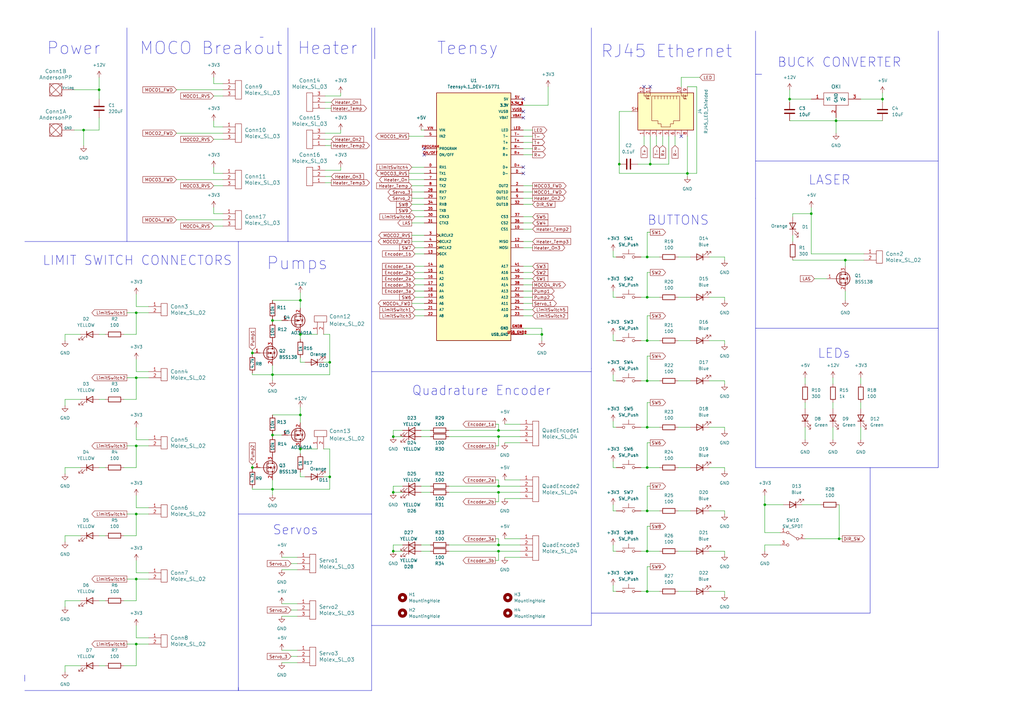
<source format=kicad_sch>
(kicad_sch (version 20230121) (generator eeschema)
  (paper "A3")
  (junction (at 265.43 242.57))
  (junction (at 204.47 201.93))
  (junction (at 123.19 137.16))
  (junction (at 266.7 67.31))
  (junction (at 161.29 226.06))
  (junction (at 123.19 184.15))
  (junction (at 111.76 178.435))
  (junction (at 55.88 264.16))
  (junction (at 204.47 179.07))
  (junction (at 204.47 199.39))
  (junction (at 313.69 207.01))
  (junction (at 111.76 131.445))
  (junction (at 332.74 87.63))
  (junction (at 254 67.31))
  (junction (at 265.43 121.92))
  (junction (at 55.88 210.82))
  (junction (at 135.255 148.59))
  (junction (at 265.43 226.06))
  (junction (at 265.43 209.55))
  (junction (at 161.29 201.93))
  (junction (at 111.76 153.67))
  (junction (at 55.88 237.49))
  (junction (at 265.43 156.21))
  (junction (at 281.94 71.12))
  (junction (at 204.47 223.52))
  (junction (at 55.88 182.88))
  (junction (at 135.255 195.58))
  (junction (at 40.64 36.83))
  (junction (at 55.88 154.94))
  (junction (at 346.71 106.68))
  (junction (at 204.47 176.53))
  (junction (at 342.9 49.53))
  (junction (at 323.85 40.64))
  (junction (at 55.88 128.27))
  (junction (at 123.19 123.19))
  (junction (at 123.19 170.18))
  (junction (at 265.43 191.77))
  (junction (at 265.43 105.41))
  (junction (at 344.17 220.98))
  (junction (at 222.25 137.16))
  (junction (at 204.47 226.06))
  (junction (at 265.43 175.26))
  (junction (at 111.76 200.66))
  (junction (at 103.505 191.77))
  (junction (at 34.29 53.34))
  (junction (at 103.505 144.78))
  (junction (at 361.95 40.64))
  (junction (at 161.29 179.07))
  (junction (at 265.43 139.7))
  (no_connect (at 214.63 40.64))
  (no_connect (at 264.16 35.56))
  (no_connect (at 214.63 48.26))
  (no_connect (at 279.4 55.88))
  (no_connect (at 214.63 68.58))
  (no_connect (at 214.63 71.12))
  (no_connect (at 214.63 45.72))
  (no_connect (at 173.99 63.5))
  (no_connect (at 266.7 35.56))
  (no_connect (at 173.99 60.96))
  (wire (pts (xy 204.47 176.53) (xy 204.47 173.99)))
  (polyline (pts (xy 10.16 278.13) (xy 10.16 279.4)))
  (wire (pts (xy 278.13 242.57) (xy 283.21 242.57)))
  (wire (pts (xy 40.64 191.77) (xy 43.18 191.77)))
  (wire (pts (xy 262.89 105.41) (xy 265.43 105.41)))
  (wire (pts (xy 103.505 153.67) (xy 111.76 153.67)))
  (wire (pts (xy 133.35 41.91) (xy 135.89 41.91)))
  (wire (pts (xy 55.88 152.4) (xy 55.88 147.32)))
  (wire (pts (xy 55.88 234.95) (xy 55.88 229.87)))
  (polyline (pts (xy 10.16 99.06) (xy 97.79 99.06)))
  (wire (pts (xy 281.94 71.12) (xy 254 71.12)))
  (wire (pts (xy 168.91 81.28) (xy 173.99 81.28)))
  (wire (pts (xy 111.76 196.85) (xy 111.76 200.66)))
  (wire (pts (xy 26.67 219.71) (xy 26.67 222.25)))
  (wire (pts (xy 332.74 87.63) (xy 332.74 85.09)))
  (wire (pts (xy 344.17 220.98) (xy 345.44 220.98)))
  (wire (pts (xy 26.67 246.38) (xy 26.67 248.92)))
  (wire (pts (xy 207.01 204.47) (xy 213.36 204.47)))
  (wire (pts (xy 276.86 55.88) (xy 276.86 59.69)))
  (wire (pts (xy 60.96 261.62) (xy 55.88 261.62)))
  (wire (pts (xy 214.63 60.96) (xy 218.44 60.96)))
  (wire (pts (xy 172.72 199.39) (xy 176.53 199.39)))
  (polyline (pts (xy 356.87 251.46) (xy 242.57 251.46)))
  (wire (pts (xy 55.88 237.49) (xy 60.96 237.49)))
  (wire (pts (xy 266.7 55.88) (xy 266.7 67.31)))
  (wire (pts (xy 161.29 199.39) (xy 161.29 201.93)))
  (wire (pts (xy 123.19 183.515) (xy 123.19 184.15)))
  (wire (pts (xy 334.01 114.3) (xy 339.09 114.3)))
  (wire (pts (xy 55.88 191.77) (xy 50.8 191.77)))
  (wire (pts (xy 72.39 90.17) (xy 91.44 90.17)))
  (wire (pts (xy 55.88 154.94) (xy 55.88 163.83)))
  (wire (pts (xy 346.71 106.68) (xy 346.71 109.22)))
  (wire (pts (xy 214.63 109.22) (xy 218.44 109.22)))
  (wire (pts (xy 214.63 78.74) (xy 218.44 78.74)))
  (wire (pts (xy 214.63 63.5) (xy 218.44 63.5)))
  (wire (pts (xy 265.43 226.06) (xy 270.51 226.06)))
  (wire (pts (xy 184.15 226.06) (xy 204.47 226.06)))
  (wire (pts (xy 330.2 220.98) (xy 344.17 220.98)))
  (wire (pts (xy 353.06 40.64) (xy 361.95 40.64)))
  (wire (pts (xy 111.76 149.86) (xy 111.76 153.67)))
  (wire (pts (xy 133.35 59.69) (xy 135.89 59.69)))
  (wire (pts (xy 251.46 226.06) (xy 252.73 226.06)))
  (wire (pts (xy 328.93 207.01) (xy 336.55 207.01)))
  (wire (pts (xy 87.63 87.63) (xy 87.63 85.09)))
  (wire (pts (xy 214.63 81.28) (xy 218.44 81.28)))
  (wire (pts (xy 262.89 139.7) (xy 265.43 139.7)))
  (wire (pts (xy 297.18 209.55) (xy 297.18 210.82)))
  (wire (pts (xy 115.57 266.7) (xy 121.92 266.7)))
  (wire (pts (xy 132.715 184.15) (xy 135.255 184.15)))
  (wire (pts (xy 344.17 207.01) (xy 344.17 220.98)))
  (wire (pts (xy 297.18 139.7) (xy 297.18 140.97)))
  (wire (pts (xy 170.18 119.38) (xy 173.99 119.38)))
  (wire (pts (xy 135.255 148.59) (xy 135.255 153.67)))
  (wire (pts (xy 262.89 209.55) (xy 265.43 209.55)))
  (wire (pts (xy 123.19 195.58) (xy 125.095 195.58)))
  (polyline (pts (xy 152.4 99.06) (xy 118.11 99.06)))
  (wire (pts (xy 313.69 203.2) (xy 313.69 207.01)))
  (wire (pts (xy 55.88 125.73) (xy 55.88 120.65)))
  (wire (pts (xy 123.19 136.525) (xy 123.19 137.16)))
  (wire (pts (xy 139.7 68.58) (xy 139.7 69.85)))
  (wire (pts (xy 278.13 209.55) (xy 283.21 209.55)))
  (polyline (pts (xy 384.81 12.7) (xy 384.81 66.04)))
  (polyline (pts (xy 242.57 152.4) (xy 152.4 152.4)))
  (wire (pts (xy 281.94 55.88) (xy 281.94 71.12)))
  (wire (pts (xy 214.63 76.2) (xy 218.44 76.2)))
  (wire (pts (xy 214.63 91.44) (xy 218.44 91.44)))
  (wire (pts (xy 341.63 165.1) (xy 341.63 167.64)))
  (wire (pts (xy 111.76 170.18) (xy 123.19 170.18)))
  (wire (pts (xy 207.01 173.99) (xy 213.36 173.99)))
  (wire (pts (xy 111.76 131.445) (xy 111.76 132.08)))
  (wire (pts (xy 40.64 36.83) (xy 30.48 36.83)))
  (wire (pts (xy 214.63 114.3) (xy 218.44 114.3)))
  (wire (pts (xy 72.39 73.66) (xy 91.44 73.66)))
  (wire (pts (xy 297.18 121.92) (xy 297.18 123.19)))
  (wire (pts (xy 60.96 234.95) (xy 55.88 234.95)))
  (wire (pts (xy 115.57 233.68) (xy 121.92 233.68)))
  (wire (pts (xy 204.47 226.06) (xy 213.36 226.06)))
  (wire (pts (xy 325.12 87.63) (xy 325.12 88.9)))
  (wire (pts (xy 251.46 119.38) (xy 251.46 121.92)))
  (wire (pts (xy 161.29 176.53) (xy 165.1 176.53)))
  (wire (pts (xy 251.46 105.41) (xy 252.73 105.41)))
  (wire (pts (xy 330.2 175.26) (xy 330.2 180.34)))
  (wire (pts (xy 123.19 123.19) (xy 123.19 126.365)))
  (wire (pts (xy 60.96 152.4) (xy 55.88 152.4)))
  (wire (pts (xy 251.46 121.92) (xy 252.73 121.92)))
  (wire (pts (xy 266.7 181.61) (xy 265.43 181.61)))
  (wire (pts (xy 111.76 123.19) (xy 123.19 123.19)))
  (wire (pts (xy 72.39 36.83) (xy 91.44 36.83)))
  (wire (pts (xy 278.13 139.7) (xy 283.21 139.7)))
  (wire (pts (xy 55.88 163.83) (xy 50.8 163.83)))
  (wire (pts (xy 168.91 124.46) (xy 173.99 124.46)))
  (polyline (pts (xy 152.4 11.43) (xy 152.4 99.06)))
  (wire (pts (xy 55.88 182.88) (xy 60.96 182.88)))
  (wire (pts (xy 168.91 99.06) (xy 173.99 99.06)))
  (wire (pts (xy 87.63 34.29) (xy 87.63 31.75)))
  (polyline (pts (xy 356.87 191.77) (xy 356.87 251.46)))
  (wire (pts (xy 265.43 129.54) (xy 265.43 139.7)))
  (wire (pts (xy 168.91 86.36) (xy 173.99 86.36)))
  (wire (pts (xy 222.25 137.16) (xy 222.25 139.7)))
  (polyline (pts (xy 384.81 66.04) (xy 384.81 134.62)))
  (wire (pts (xy 297.18 156.21) (xy 297.18 157.48)))
  (wire (pts (xy 123.19 186.055) (xy 123.19 184.15)))
  (wire (pts (xy 91.44 87.63) (xy 87.63 87.63)))
  (wire (pts (xy 40.64 36.83) (xy 40.64 40.64)))
  (wire (pts (xy 172.72 226.06) (xy 176.53 226.06)))
  (wire (pts (xy 264.16 55.88) (xy 264.16 59.69)))
  (wire (pts (xy 40.64 137.16) (xy 43.18 137.16)))
  (wire (pts (xy 33.02 273.05) (xy 26.67 273.05)))
  (wire (pts (xy 161.29 226.06) (xy 165.1 226.06)))
  (wire (pts (xy 184.15 176.53) (xy 204.47 176.53)))
  (wire (pts (xy 297.18 191.77) (xy 297.18 193.04)))
  (wire (pts (xy 60.96 180.34) (xy 55.88 180.34)))
  (wire (pts (xy 361.95 49.53) (xy 342.9 49.53)))
  (wire (pts (xy 261.62 67.31) (xy 266.7 67.31)))
  (wire (pts (xy 55.88 128.27) (xy 60.96 128.27)))
  (wire (pts (xy 123.19 184.15) (xy 130.175 184.15)))
  (wire (pts (xy 55.88 180.34) (xy 55.88 175.26)))
  (wire (pts (xy 170.18 129.54) (xy 173.99 129.54)))
  (wire (pts (xy 60.96 125.73) (xy 55.88 125.73)))
  (polyline (pts (xy 97.79 99.06) (xy 118.11 99.06)))
  (wire (pts (xy 214.63 111.76) (xy 218.44 111.76)))
  (wire (pts (xy 214.63 127) (xy 218.44 127)))
  (wire (pts (xy 103.505 144.78) (xy 104.14 144.78)))
  (wire (pts (xy 278.13 226.06) (xy 283.21 226.06)))
  (wire (pts (xy 271.78 55.88) (xy 271.78 59.69)))
  (wire (pts (xy 170.18 104.14) (xy 173.99 104.14)))
  (wire (pts (xy 323.85 49.53) (xy 342.9 49.53)))
  (wire (pts (xy 52.07 182.88) (xy 55.88 182.88)))
  (wire (pts (xy 265.43 121.92) (xy 270.51 121.92)))
  (wire (pts (xy 313.69 218.44) (xy 313.69 207.01)))
  (polyline (pts (xy 11.43 361.95) (xy 11.43 359.41)))
  (wire (pts (xy 203.2 182.88) (xy 204.47 182.88)))
  (wire (pts (xy 214.63 83.82) (xy 218.44 83.82)))
  (wire (pts (xy 123.19 137.16) (xy 130.175 137.16)))
  (wire (pts (xy 30.48 53.34) (xy 34.29 53.34)))
  (wire (pts (xy 251.46 153.67) (xy 251.46 156.21)))
  (polyline (pts (xy 309.88 66.04) (xy 384.81 66.04)))
  (polyline (pts (xy 152.4 210.82) (xy 152.4 283.21)))
  (polyline (pts (xy 10.16 283.21) (xy 97.79 283.21)))
  (wire (pts (xy 251.46 189.23) (xy 251.46 191.77)))
  (polyline (pts (xy 11.43 360.68) (xy 11.43 358.14)))
  (wire (pts (xy 133.35 57.15) (xy 135.89 57.15)))
  (wire (pts (xy 251.46 156.21) (xy 252.73 156.21)))
  (wire (pts (xy 266.7 95.25) (xy 265.43 95.25)))
  (wire (pts (xy 332.74 87.63) (xy 332.74 104.14)))
  (wire (pts (xy 103.505 190.5) (xy 103.505 191.77)))
  (wire (pts (xy 132.715 195.58) (xy 135.255 195.58)))
  (wire (pts (xy 251.46 242.57) (xy 252.73 242.57)))
  (wire (pts (xy 204.47 176.53) (xy 213.36 176.53)))
  (wire (pts (xy 168.91 76.2) (xy 173.99 76.2)))
  (wire (pts (xy 55.88 137.16) (xy 50.8 137.16)))
  (wire (pts (xy 26.67 191.77) (xy 26.67 194.31)))
  (wire (pts (xy 278.13 121.92) (xy 283.21 121.92)))
  (wire (pts (xy 254 71.12) (xy 254 67.31)))
  (wire (pts (xy 265.43 209.55) (xy 270.51 209.55)))
  (wire (pts (xy 111.76 178.435) (xy 111.76 179.07)))
  (wire (pts (xy 111.76 130.81) (xy 111.76 131.445)))
  (wire (pts (xy 111.76 177.8) (xy 111.76 178.435)))
  (wire (pts (xy 354.33 104.14) (xy 332.74 104.14)))
  (wire (pts (xy 353.06 154.94) (xy 353.06 157.48)))
  (wire (pts (xy 133.35 39.37) (xy 139.7 39.37)))
  (wire (pts (xy 52.07 210.82) (xy 55.88 210.82)))
  (wire (pts (xy 287.02 31.75) (xy 279.4 31.75)))
  (wire (pts (xy 55.88 219.71) (xy 50.8 219.71)))
  (wire (pts (xy 266.7 67.31) (xy 274.32 67.31)))
  (polyline (pts (xy 242.57 11.43) (xy 242.57 151.13)))
  (polyline (pts (xy 309.88 191.77) (xy 309.88 81.28)))
  (wire (pts (xy 119.38 250.19) (xy 121.92 250.19)))
  (wire (pts (xy 103.505 144.78) (xy 103.505 145.415)))
  (wire (pts (xy 346.71 106.68) (xy 354.33 106.68)))
  (wire (pts (xy 55.88 208.28) (xy 55.88 203.2)))
  (wire (pts (xy 184.15 199.39) (xy 204.47 199.39)))
  (wire (pts (xy 170.18 88.9) (xy 173.99 88.9)))
  (wire (pts (xy 214.63 88.9) (xy 218.44 88.9)))
  (wire (pts (xy 262.89 156.21) (xy 265.43 156.21)))
  (wire (pts (xy 87.63 92.71) (xy 91.44 92.71)))
  (wire (pts (xy 119.38 269.24) (xy 121.92 269.24)))
  (wire (pts (xy 265.43 156.21) (xy 270.51 156.21)))
  (wire (pts (xy 172.72 179.07) (xy 176.53 179.07)))
  (wire (pts (xy 103.505 191.77) (xy 104.14 191.77)))
  (wire (pts (xy 123.19 167.005) (xy 123.19 170.18)))
  (wire (pts (xy 290.83 242.57) (xy 297.18 242.57)))
  (wire (pts (xy 353.06 175.26) (xy 353.06 180.34)))
  (wire (pts (xy 361.95 40.64) (xy 361.95 41.91)))
  (wire (pts (xy 207.01 196.85) (xy 213.36 196.85)))
  (wire (pts (xy 313.69 223.52) (xy 313.69 226.06)))
  (wire (pts (xy 332.74 40.64) (xy 323.85 40.64)))
  (wire (pts (xy 52.07 154.94) (xy 55.88 154.94)))
  (wire (pts (xy 204.47 201.93) (xy 204.47 205.74)))
  (wire (pts (xy 55.88 261.62) (xy 55.88 256.54)))
  (wire (pts (xy 33.02 163.83) (xy 26.67 163.83)))
  (wire (pts (xy 172.72 176.53) (xy 176.53 176.53)))
  (wire (pts (xy 279.4 31.75) (xy 279.4 35.56)))
  (wire (pts (xy 251.46 223.52) (xy 251.46 226.06)))
  (wire (pts (xy 170.18 114.3) (xy 173.99 114.3)))
  (wire (pts (xy 111.76 178.435) (xy 115.57 178.435)))
  (wire (pts (xy 170.18 116.84) (xy 173.99 116.84)))
  (wire (pts (xy 290.83 191.77) (xy 297.18 191.77)))
  (wire (pts (xy 251.46 207.01) (xy 251.46 209.55)))
  (wire (pts (xy 214.63 116.84) (xy 218.44 116.84)))
  (wire (pts (xy 265.43 181.61) (xy 265.43 191.77)))
  (wire (pts (xy 204.47 223.52) (xy 213.36 223.52)))
  (wire (pts (xy 281.94 71.12) (xy 281.94 72.39)))
  (wire (pts (xy 87.63 52.07) (xy 87.63 49.53)))
  (wire (pts (xy 133.35 74.93) (xy 135.89 74.93)))
  (wire (pts (xy 323.85 36.83) (xy 323.85 40.64)))
  (wire (pts (xy 224.79 43.18) (xy 214.63 43.18)))
  (wire (pts (xy 115.57 271.78) (xy 121.92 271.78)))
  (wire (pts (xy 342.9 49.53) (xy 342.9 54.61)))
  (wire (pts (xy 111.76 131.445) (xy 115.57 131.445)))
  (polyline (pts (xy 152.4 256.54) (xy 242.57 256.54)))
  (wire (pts (xy 207.01 228.6) (xy 213.36 228.6)))
  (wire (pts (xy 40.64 273.05) (xy 43.18 273.05)))
  (wire (pts (xy 135.255 195.58) (xy 135.255 200.66)))
  (wire (pts (xy 111.76 200.66) (xy 111.76 202.946)))
  (polyline (pts (xy 107.95 15.24) (xy 106.68 15.24)))
  (wire (pts (xy 204.47 201.93) (xy 213.36 201.93)))
  (wire (pts (xy 161.29 223.52) (xy 165.1 223.52)))
  (wire (pts (xy 184.15 201.93) (xy 204.47 201.93)))
  (wire (pts (xy 168.91 78.74) (xy 173.99 78.74)))
  (wire (pts (xy 170.18 109.22) (xy 173.99 109.22)))
  (wire (pts (xy 72.39 54.61) (xy 91.44 54.61)))
  (wire (pts (xy 353.06 165.1) (xy 353.06 167.64)))
  (wire (pts (xy 346.71 119.38) (xy 346.71 123.19)))
  (wire (pts (xy 266.7 232.41) (xy 265.43 232.41)))
  (wire (pts (xy 341.63 154.94) (xy 341.63 157.48)))
  (wire (pts (xy 214.63 58.42) (xy 218.44 58.42)))
  (wire (pts (xy 167.64 71.12) (xy 173.99 71.12)))
  (wire (pts (xy 266.7 146.05) (xy 265.43 146.05)))
  (wire (pts (xy 290.83 226.06) (xy 297.18 226.06)))
  (wire (pts (xy 214.63 101.6) (xy 218.44 101.6)))
  (wire (pts (xy 278.13 191.77) (xy 283.21 191.77)))
  (wire (pts (xy 60.96 208.28) (xy 55.88 208.28)))
  (wire (pts (xy 266.7 165.1) (xy 265.43 165.1)))
  (wire (pts (xy 111.76 153.67) (xy 111.76 155.956)))
  (polyline (pts (xy 152.4 210.82) (xy 152.4 99.06)))
  (wire (pts (xy 251.46 191.77) (xy 252.73 191.77)))
  (wire (pts (xy 119.38 231.14) (xy 121.92 231.14)))
  (wire (pts (xy 115.57 247.65) (xy 121.92 247.65)))
  (polyline (pts (xy 10.16 276.86) (xy 10.16 278.13)))
  (wire (pts (xy 167.64 55.88) (xy 173.99 55.88)))
  (wire (pts (xy 161.29 179.07) (xy 165.1 179.07)))
  (wire (pts (xy 55.88 128.27) (xy 55.88 137.16)))
  (wire (pts (xy 55.88 210.82) (xy 60.96 210.82)))
  (wire (pts (xy 26.67 163.83) (xy 26.67 166.37)))
  (wire (pts (xy 278.13 175.26) (xy 283.21 175.26)))
  (wire (pts (xy 290.83 156.21) (xy 297.18 156.21)))
  (wire (pts (xy 55.88 182.88) (xy 55.88 191.77)))
  (wire (pts (xy 323.85 40.64) (xy 323.85 41.91)))
  (polyline (pts (xy 384.81 191.77) (xy 309.88 191.77)))
  (wire (pts (xy 103.505 200.025) (xy 103.505 200.66)))
  (wire (pts (xy 55.88 210.82) (xy 55.88 219.71)))
  (wire (pts (xy 224.79 35.56) (xy 224.79 43.18)))
  (polyline (pts (xy 118.11 11.43) (xy 118.11 99.06)))
  (wire (pts (xy 204.47 199.39) (xy 204.47 196.85)))
  (polyline (pts (xy 97.79 99.06) (xy 97.79 283.21)))
  (wire (pts (xy 313.69 207.01) (xy 321.31 207.01)))
  (wire (pts (xy 115.57 228.6) (xy 121.92 228.6)))
  (wire (pts (xy 265.43 95.25) (xy 265.43 105.41)))
  (wire (pts (xy 265.43 199.39) (xy 265.43 209.55)))
  (wire (pts (xy 204.47 226.06) (xy 204.47 229.87)))
  (wire (pts (xy 135.255 184.15) (xy 135.255 195.58)))
  (wire (pts (xy 266.7 111.76) (xy 265.43 111.76)))
  (wire (pts (xy 281.94 35.56) (xy 285.75 35.56)))
  (wire (pts (xy 170.18 121.92) (xy 173.99 121.92)))
  (wire (pts (xy 265.43 215.9) (xy 265.43 226.06)))
  (wire (pts (xy 139.7 53.34) (xy 139.7 54.61)))
  (wire (pts (xy 87.63 71.12) (xy 87.63 68.58)))
  (wire (pts (xy 123.19 193.675) (xy 123.19 195.58)))
  (wire (pts (xy 278.13 105.41) (xy 283.21 105.41)))
  (wire (pts (xy 33.02 246.38) (xy 26.67 246.38)))
  (wire (pts (xy 207.01 220.98) (xy 213.36 220.98)))
  (wire (pts (xy 265.43 165.1) (xy 265.43 175.26)))
  (wire (pts (xy 214.63 99.06) (xy 218.44 99.06)))
  (wire (pts (xy 103.505 200.66) (xy 111.76 200.66)))
  (wire (pts (xy 52.07 128.27) (xy 55.88 128.27)))
  (wire (pts (xy 203.2 205.74) (xy 204.47 205.74)))
  (wire (pts (xy 265.43 139.7) (xy 270.51 139.7)))
  (wire (pts (xy 204.47 179.07) (xy 204.47 182.88)))
  (wire (pts (xy 168.91 96.52) (xy 173.99 96.52)))
  (wire (pts (xy 342.9 48.26) (xy 342.9 49.53)))
  (wire (pts (xy 133.35 54.61) (xy 139.7 54.61)))
  (wire (pts (xy 251.46 172.72) (xy 251.46 175.26)))
  (wire (pts (xy 262.89 226.06) (xy 265.43 226.06)))
  (wire (pts (xy 214.63 55.88) (xy 218.44 55.88)))
  (wire (pts (xy 55.88 273.05) (xy 50.8 273.05)))
  (wire (pts (xy 214.63 119.38) (xy 218.44 119.38)))
  (wire (pts (xy 254 45.72) (xy 254 67.31)))
  (wire (pts (xy 55.88 237.49) (xy 55.88 246.38)))
  (wire (pts (xy 170.18 101.6) (xy 173.99 101.6)))
  (wire (pts (xy 55.88 264.16) (xy 60.96 264.16)))
  (wire (pts (xy 290.83 139.7) (xy 297.18 139.7)))
  (wire (pts (xy 33.02 137.16) (xy 26.67 137.16)))
  (wire (pts (xy 297.18 105.41) (xy 297.18 106.68)))
  (wire (pts (xy 266.7 129.54) (xy 265.43 129.54)))
  (wire (pts (xy 262.89 175.26) (xy 265.43 175.26)))
  (wire (pts (xy 204.47 223.52) (xy 204.47 220.98)))
  (wire (pts (xy 265.43 191.77) (xy 270.51 191.77)))
  (wire (pts (xy 214.63 53.34) (xy 218.44 53.34)))
  (wire (pts (xy 172.72 223.52) (xy 176.53 223.52)))
  (wire (pts (xy 111.76 153.67) (xy 135.255 153.67)))
  (wire (pts (xy 262.89 121.92) (xy 265.43 121.92)))
  (wire (pts (xy 161.29 199.39) (xy 165.1 199.39)))
  (wire (pts (xy 161.29 201.93) (xy 165.1 201.93)))
  (polyline (pts (xy 52.07 11.43) (xy 52.07 99.06)))
  (wire (pts (xy 330.2 165.1) (xy 330.2 167.64)))
  (polyline (pts (xy 97.79 210.82) (xy 152.4 210.82)))
  (wire (pts (xy 123.19 139.065) (xy 123.19 137.16)))
  (wire (pts (xy 325.12 106.68) (xy 346.71 106.68)))
  (wire (pts (xy 290.83 175.26) (xy 297.18 175.26)))
  (wire (pts (xy 265.43 111.76) (xy 265.43 121.92)))
  (wire (pts (xy 139.7 38.1) (xy 139.7 39.37)))
  (polyline (pts (xy 384.81 134.62) (xy 384.81 191.77)))
  (wire (pts (xy 168.91 68.58) (xy 173.99 68.58)))
  (wire (pts (xy 361.95 38.1) (xy 361.95 40.64)))
  (wire (pts (xy 290.83 121.92) (xy 297.18 121.92)))
  (wire (pts (xy 87.63 76.2) (xy 91.44 76.2)))
  (wire (pts (xy 259.08 45.72) (xy 254 45.72)))
  (wire (pts (xy 115.57 252.73) (xy 121.92 252.73)))
  (wire (pts (xy 133.35 72.39) (xy 135.89 72.39)))
  (wire (pts (xy 251.46 175.26) (xy 252.73 175.26)))
  (polyline (pts (xy 384.81 134.62) (xy 309.88 134.62)))
  (wire (pts (xy 330.2 154.94) (xy 330.2 157.48)))
  (wire (pts (xy 251.46 139.7) (xy 252.73 139.7)))
  (wire (pts (xy 168.91 91.44) (xy 173.99 91.44)))
  (wire (pts (xy 132.715 148.59) (xy 135.255 148.59)))
  (wire (pts (xy 290.83 105.41) (xy 297.18 105.41)))
  (polyline (pts (xy 153.67 11.43) (xy 153.67 24.13)))
  (wire (pts (xy 325.12 96.52) (xy 325.12 99.06)))
  (wire (pts (xy 341.63 175.26) (xy 341.63 180.34)))
  (wire (pts (xy 204.47 199.39) (xy 213.36 199.39)))
  (polyline (pts (xy 152.4 283.21) (xy 97.79 283.21)))
  (wire (pts (xy 172.72 53.34) (xy 173.99 53.34)))
  (wire (pts (xy 251.46 102.87) (xy 251.46 105.41)))
  (wire (pts (xy 203.2 229.87) (xy 204.47 229.87)))
  (wire (pts (xy 55.88 154.94) (xy 60.96 154.94)))
  (wire (pts (xy 111.76 200.66) (xy 135.255 200.66)))
  (wire (pts (xy 123.19 146.685) (xy 123.19 148.59)))
  (wire (pts (xy 297.18 175.26) (xy 297.18 176.53)))
  (wire (pts (xy 251.46 137.16) (xy 251.46 139.7)))
  (polyline (pts (xy 97.79 283.21) (xy 97.79 281.94)))
  (wire (pts (xy 40.64 219.71) (xy 43.18 219.71)))
  (wire (pts (xy 170.18 111.76) (xy 173.99 111.76)))
  (wire (pts (xy 40.64 31.75) (xy 40.64 36.83)))
  (wire (pts (xy 34.29 53.34) (xy 40.64 53.34)))
  (wire (pts (xy 91.44 34.29) (xy 87.63 34.29)))
  (wire (pts (xy 170.18 127) (xy 173.99 127)))
  (wire (pts (xy 203.2 196.85) (xy 204.47 196.85)))
  (wire (pts (xy 278.13 156.21) (xy 283.21 156.21)))
  (wire (pts (xy 184.15 223.52) (xy 204.47 223.52)))
  (wire (pts (xy 33.02 191.77) (xy 26.67 191.77)))
  (polyline (pts (xy 309.88 30.48) (xy 312.42 30.48)))
  (wire (pts (xy 251.46 209.55) (xy 252.73 209.55)))
  (wire (pts (xy 266.7 199.39) (xy 265.43 199.39)))
  (wire (pts (xy 265.43 146.05) (xy 265.43 156.21)))
  (wire (pts (xy 40.64 246.38) (xy 43.18 246.38)))
  (wire (pts (xy 87.63 57.15) (xy 91.44 57.15)))
  (wire (pts (xy 132.715 137.16) (xy 135.255 137.16)))
  (wire (pts (xy 26.67 137.16) (xy 26.67 139.7)))
  (wire (pts (xy 55.88 246.38) (xy 50.8 246.38)))
  (wire (pts (xy 269.24 55.88) (xy 269.24 59.69)))
  (wire (pts (xy 203.2 220.98) (xy 204.47 220.98)))
  (wire (pts (xy 214.63 134.62) (xy 222.25 134.62)))
  (wire (pts (xy 135.255 137.16) (xy 135.255 148.59)))
  (wire (pts (xy 161.29 176.53) (xy 161.29 179.07)))
  (wire (pts (xy 207.01 181.61) (xy 213.36 181.61)))
  (wire (pts (xy 332.74 87.63) (xy 325.12 87.63)))
  (polyline (pts (xy 242.57 151.13) (xy 242.57 256.54)))
  (wire (pts (xy 52.07 264.16) (xy 55.88 264.16)))
  (wire (pts (xy 161.29 223.52) (xy 161.29 226.06)))
  (wire (pts (xy 204.47 179.07) (xy 213.36 179.07)))
  (wire (pts (xy 123.19 170.18) (xy 123.19 173.355)))
  (wire (pts (xy 320.04 218.44) (xy 313.69 218.44)))
  (wire (pts (xy 274.32 55.88) (xy 274.32 67.31)))
  (wire (pts (xy 133.35 69.85) (xy 139.7 69.85)))
  (wire (pts (xy 133.35 44.45) (xy 135.89 44.45)))
  (wire (pts (xy 52.07 237.49) (xy 55.88 237.49)))
  (wire (pts (xy 214.63 124.46) (xy 218.44 124.46)))
  (wire (pts (xy 103.505 191.77) (xy 103.505 192.405)))
  (wire (pts (xy 33.02 219.71) (xy 26.67 219.71)))
  (wire (pts (xy 265.43 242.57) (xy 270.51 242.57)))
  (wire (pts (xy 203.2 173.99) (xy 204.47 173.99)))
  (wire (pts (xy 103.505 153.035) (xy 103.505 153.67)))
  (wire (pts (xy 320.04 223.52) (xy 313.69 223.52)))
  (wire (pts (xy 34.29 53.34) (xy 34.29 59.69)))
  (wire (pts (xy 214.63 93.98) (xy 218.44 93.98)))
  (wire (pts (xy 168.91 83.82) (xy 173.99 83.82)))
  (wire (pts (xy 265.43 105.41) (xy 270.51 105.41)))
  (wire (pts (xy 87.63 39.37) (xy 91.44 39.37)))
  (wire (pts (xy 172.72 201.93) (xy 176.53 201.93)))
  (wire (pts (xy 214.63 137.16) (xy 222.25 137.16)))
  (wire (pts (xy 40.64 48.26) (xy 40.64 53.34)))
  (polyline (pts (xy 309.88 12.7) (xy 309.88 81.28)))
  (wire (pts (xy 297.18 242.57) (xy 297.18 243.84)))
  (wire (pts (xy 91.44 71.12) (xy 87.63 71.12)))
  (wire (pts (xy 290.83 209.55) (xy 297.18 209.55)))
  (wire (pts (xy 262.89 191.77) (xy 265.43 191.77)))
  (wire (pts (xy 262.89 242.57) (xy 265.43 242.57)))
  (wire (pts (xy 214.63 121.92) (xy 218.44 121.92)))
  (wire (pts (xy 26.67 273.05) (xy 26.67 275.59)))
  (wire (pts (xy 266.7 215.9) (xy 265.43 215.9)))
  (wire (pts (xy 251.46 240.03) (xy 251.46 242.57)))
  (wire (pts (xy 285.75 35.56) (xy 285.75 71.12)))
  (wire (pts (xy 91.44 52.07) (xy 87.63 52.07)))
  (wire (pts (xy 265.43 232.41) (xy 265.43 242.57)))
  (wire (pts (xy 222.25 134.62) (xy 222.25 137.16)))
  (wire (pts (xy 214.63 129.54) (xy 218.44 129.54)))
  (wire (pts (xy 265.43 175.26) (xy 270.51 175.26)))
  (wire (pts (xy 297.18 226.06) (xy 297.18 227.33)))
  (wire (pts (xy 40.64 163.83) (xy 43.18 163.83)))
  (wire (pts (xy 184.15 179.07) (xy 204.47 179.07)))
  (wire (pts (xy 281.94 71.12) (xy 285.75 71.12)))
  (wire (pts (xy 123.19 148.59) (xy 125.095 148.59)))
  (wire (pts (xy 123.19 120.015) (xy 123.19 123.19)))
  (wire (pts (xy 55.88 264.16) (xy 55.88 273.05)))
  (wire (pts (xy 103.505 143.51) (xy 103.505 144.78)))
  (wire (pts (xy 167.64 73.66) (xy 173.99 73.66)))
  (text "LIMIT SWITCH CONNECTORS" (at 95.25 109.22 0) (effects (font (size 3.81 3.81)) (justify right bottom)))
  (text "BUTTONS" (at 265.43 92.71 0) (effects (font (size 3.81 3.81)) (justify left bottom)))
  (text "RJ45 Ethernet" (at 246.38 24.13 0) (effects (font (size 5.08 5.08)) (justify left bottom)))
  (text "LASER" (at 331.47 76.2 0) (effects (font (size 3.81 3.81)) (justify left bottom)))
  (text "Pumps" (at 109.22 111.125 0) (effects (font (size 5.08 5.08)) (justify left bottom)))
  (text "Power\n" (at 19.05 22.86 0) (effects (font (size 5 5)) (justify left bottom)))
  (text "Heater" (at 121.92 22.86 0) (effects (font (size 5.08 5.08)) (justify left bottom)))
  (text "Servos" (at 111.76 219.71 0) (effects (font (size 3.81 3.81)) (justify left bottom)))
  (text "Teensy\n" (at 179.07 22.86 0) (effects (font (size 5.08 5.08)) (justify left bottom)))
  (text "MOCO Breakout" (at 57.15 22.86 0) (effects (font (size 5.08 5.08)) (justify left bottom)))
  (text "LEDs" (at 335.28 147.32 0) (effects (font (size 3.81 3.81)) (justify left bottom)))
  (text "Quadrature Encoder" (at 168.91 162.56 0) (effects (font (size 3.81 3.81)) (justify left bottom)))
  (text "BUCK CONVERTER" (at 318.77 27.94 0) (effects (font (size 3.81 3.81)) (justify left bottom)))
  (global_label "LimitSwitch1" (shape input) (at 170.18 127 180) (property "Intersheetrefs" "${INTERSHEET_REFS}" (effects hide)))
  (global_label "MOCO2_FWD" (shape input) (at 72.39 54.61 180) (property "Intersheetrefs" "${INTERSHEET_REFS}" (effects hide)))
  (global_label "LAS" (shape input) (at 334.01 114.3 180) (property "Intersheetrefs" "${INTERSHEET_REFS}" (effects hide)))
  (global_label "MOCO4_FWD" (shape output) (at 168.91 124.46 180) (property "Intersheetrefs" "${INTERSHEET_REFS}" (effects hide)))
  (global_label "SW2" (shape input) (at 218.44 111.76 0) (property "Intersheetrefs" "${INTERSHEET_REFS}" (effects hide)))
  (global_label "Heater_Temp2" (shape output) (at 135.89 59.69 0) (property "Intersheetrefs" "${INTERSHEET_REFS}" (effects hide)))
  (global_label "R-" (shape output) (at 218.44 60.96 0) (property "Intersheetrefs" "${INTERSHEET_REFS}" (effects hide)))
  (global_label "Heater_Temp" (shape output) (at 135.89 44.45 0) (property "Intersheetrefs" "${INTERSHEET_REFS}" (effects hide)))
  (global_label "Servo_2" (shape input) (at 119.38 250.19 180) (property "Intersheetrefs" "${INTERSHEET_REFS}" (effects hide)))
  (global_label "Encoder_2b" (shape input) (at 170.18 111.76 180) (property "Intersheetrefs" "${INTERSHEET_REFS}" (effects hide)))
  (global_label "LED" (shape input) (at 287.02 31.75 0) (property "Intersheetrefs" "${INTERSHEET_REFS}" (effects hide)))
  (global_label "T+" (shape input) (at 264.16 59.69 270) (property "Intersheetrefs" "${INTERSHEET_REFS}" (effects hide)))
  (global_label "Heater_On" (shape output) (at 167.64 73.66 180) (property "Intersheetrefs" "${INTERSHEET_REFS}" (effects hide)))
  (global_label "T-" (shape input) (at 269.24 59.69 270) (property "Intersheetrefs" "${INTERSHEET_REFS}" (effects hide)))
  (global_label "DIR_SW" (shape input) (at 218.44 83.82 0) (property "Intersheetrefs" "${INTERSHEET_REFS}" (effects hide)))
  (global_label "LimitSwitch5" (shape output) (at 52.07 237.49 180) (property "Intersheetrefs" "${INTERSHEET_REFS}" (effects hide)))
  (global_label "SW6" (shape output) (at 266.7 181.61 0) (property "Intersheetrefs" "${INTERSHEET_REFS}" (effects hide)))
  (global_label "Heater_On" (shape input) (at 135.89 41.91 0) (property "Intersheetrefs" "${INTERSHEET_REFS}" (effects hide)))
  (global_label "LimitSwitch3" (shape input) (at 170.18 129.54 180) (property "Intersheetrefs" "${INTERSHEET_REFS}" (effects hide)))
  (global_label "LimitSwitch1" (shape output) (at 52.07 128.27 180) (property "Intersheetrefs" "${INTERSHEET_REFS}" (effects hide)))
  (global_label "SW4" (shape input) (at 218.44 91.44 0) (property "Intersheetrefs" "${INTERSHEET_REFS}" (effects hide)))
  (global_label "SW5" (shape input) (at 218.44 88.9 0) (property "Intersheetrefs" "${INTERSHEET_REFS}" (effects hide)))
  (global_label "Encoder_3a" (shape output) (at 203.2 220.98 180) (property "Intersheetrefs" "${INTERSHEET_REFS}" (effects hide)))
  (global_label "Heater_On2" (shape output) (at 218.44 81.28 0) (property "Intersheetrefs" "${INTERSHEET_REFS}" (effects hide)))
  (global_label "Heater_Temp2" (shape input) (at 218.44 93.98 0) (property "Intersheetrefs" "${INTERSHEET_REFS}" (effects hide)))
  (global_label "LAS" (shape output) (at 168.91 91.44 180) (property "Intersheetrefs" "${INTERSHEET_REFS}" (effects hide)))
  (global_label "Heater_On3" (shape input) (at 135.89 72.39 0) (property "Intersheetrefs" "${INTERSHEET_REFS}" (effects hide)))
  (global_label "Pump2" (shape input) (at 103.505 190.5 90) (property "Intersheetrefs" "${INTERSHEET_REFS}" (effects hide)))
  (global_label "DIR_SW" (shape output) (at 345.44 220.98 0) (property "Intersheetrefs" "${INTERSHEET_REFS}" (effects hide)))
  (global_label "SW3" (shape input) (at 218.44 109.22 0) (property "Intersheetrefs" "${INTERSHEET_REFS}" (effects hide)))
  (global_label "Encoder_2a" (shape input) (at 170.18 114.3 180) (property "Intersheetrefs" "${INTERSHEET_REFS}" (effects hide)))
  (global_label "Encoder_2a" (shape output) (at 203.2 196.85 180) (property "Intersheetrefs" "${INTERSHEET_REFS}" (effects hide)))
  (global_label "LED" (shape output) (at 218.44 53.34 0) (property "Intersheetrefs" "${INTERSHEET_REFS}" (effects hide)))
  (global_label "Encoder_1b" (shape output) (at 203.2 182.88 180) (property "Intersheetrefs" "${INTERSHEET_REFS}" (effects hide)))
  (global_label "T-" (shape output) (at 218.44 55.88 0) (property "Intersheetrefs" "${INTERSHEET_REFS}" (effects hide)))
  (global_label "Encoder_2b" (shape output) (at 203.2 205.74 180) (property "Intersheetrefs" "${INTERSHEET_REFS}" (effects hide)))
  (global_label "Heater_On2" (shape input) (at 135.89 57.15 0) (property "Intersheetrefs" "${INTERSHEET_REFS}" (effects hide)))
  (global_label "MOCO1_RVS" (shape input) (at 87.63 39.37 180) (property "Intersheetrefs" "${INTERSHEET_REFS}" (effects hide)))
  (global_label "SW8" (shape output) (at 266.7 215.9 0) (property "Intersheetrefs" "${INTERSHEET_REFS}" (effects hide)))
  (global_label "LimitSwitch2" (shape output) (at 52.07 154.94 180) (property "Intersheetrefs" "${INTERSHEET_REFS}" (effects hide)))
  (global_label "Encoder_3b" (shape input) (at 170.18 116.84 180) (property "Intersheetrefs" "${INTERSHEET_REFS}" (effects hide)))
  (global_label "Servo_3" (shape output) (at 168.91 78.74 180) (property "Intersheetrefs" "${INTERSHEET_REFS}" (effects hide)))
  (global_label "R+" (shape input) (at 271.78 59.69 270) (property "Intersheetrefs" "${INTERSHEET_REFS}" (effects hide)))
  (global_label "MOCO2_RVS" (shape output) (at 168.91 96.52 180) (property "Intersheetrefs" "${INTERSHEET_REFS}" (effects hide)))
  (global_label "LimitSwitch3" (shape output) (at 52.07 182.88 180) (property "Intersheetrefs" "${INTERSHEET_REFS}" (effects hide)))
  (global_label "SW4" (shape output) (at 266.7 146.05 0) (property "Intersheetrefs" "${INTERSHEET_REFS}" (effects hide)))
  (global_label "Pump1" (shape input) (at 103.505 143.51 90) (property "Intersheetrefs" "${INTERSHEET_REFS}" (effects hide)))
  (global_label "Heater_Temp" (shape input) (at 168.91 76.2 180) (property "Intersheetrefs" "${INTERSHEET_REFS}" (effects hide)))
  (global_label "SW1" (shape output) (at 266.7 95.25 0) (property "Intersheetrefs" "${INTERSHEET_REFS}" (effects hide)))
  (global_label "MOCO4_RVS" (shape input) (at 87.63 92.71 180) (property "Intersheetrefs" "${INTERSHEET_REFS}" (effects hide)))
  (global_label "MOCO1_RVS" (shape output) (at 167.64 55.88 180) (property "Intersheetrefs" "${INTERSHEET_REFS}" (effects hide)))
  (global_label "SW3" (shape output) (at 266.7 129.54 0) (property "Intersheetrefs" "${INTERSHEET_REFS}" (effects hide)))
  (global_label "MOCO3_RVS" (shape output) (at 167.64 71.12 180) (property "Intersheetrefs" "${INTERSHEET_REFS}" (effects hide)))
  (global_label "Heater_Temp3" (shape input) (at 218.44 99.06 0) (property "Intersheetrefs" "${INTERSHEET_REFS}" (effects hide)))
  (global_label "Encoder_1a" (shape input) (at 170.18 109.22 180) (property "Intersheetrefs" "${INTERSHEET_REFS}" (effects hide)))
  (global_label "SW5" (shape output) (at 266.7 165.1 0) (property "Intersheetrefs" "${INTERSHEET_REFS}" (effects hide)))
  (global_label "SW9" (shape input) (at 168.91 86.36 180) (property "Intersheetrefs" "${INTERSHEET_REFS}" (effects hide)))
  (global_label "Pump1" (shape output) (at 218.44 119.38 0) (property "Intersheetrefs" "${INTERSHEET_REFS}" (effects hide)))
  (global_label "Encoder_3b" (shape output) (at 203.2 229.87 180) (property "Intersheetrefs" "${INTERSHEET_REFS}" (effects hide)))
  (global_label "SW7" (shape output) (at 266.7 199.39 0) (property "Intersheetrefs" "${INTERSHEET_REFS}" (effects hide)))
  (global_label "SW8" (shape input) (at 168.91 83.82 180) (property "Intersheetrefs" "${INTERSHEET_REFS}" (effects hide)))
  (global_label "R-" (shape input) (at 276.86 59.69 270) (property "Intersheetrefs" "${INTERSHEET_REFS}" (effects hide)))
  (global_label "Pump2" (shape output) (at 218.44 121.92 0) (property "Intersheetrefs" "${INTERSHEET_REFS}" (effects hide)))
  (global_label "MOCO2_FWD" (shape output) (at 168.91 99.06 180) (property "Intersheetrefs" "${INTERSHEET_REFS}" (effects hide)))
  (global_label "Heater_Temp3" (shape output) (at 135.89 74.93 0) (property "Intersheetrefs" "${INTERSHEET_REFS}" (effects hide)))
  (global_label "MOCO4_FWD" (shape input) (at 72.39 90.17 180) (property "Intersheetrefs" "${INTERSHEET_REFS}" (effects hide)))
  (global_label "Heater_On3" (shape output) (at 218.44 101.6 0) (property "Intersheetrefs" "${INTERSHEET_REFS}" (effects hide)))
  (global_label "SW2" (shape output) (at 266.7 111.76 0) (property "Intersheetrefs" "${INTERSHEET_REFS}" (effects hide)))
  (global_label "SW9" (shape output) (at 266.7 232.41 0) (property "Intersheetrefs" "${INTERSHEET_REFS}" (effects hide)))
  (global_label "Encoder_1b" (shape input) (at 170.18 104.14 180) (property "Intersheetrefs" "${INTERSHEET_REFS}" (effects hide)))
  (global_label "LimitSwitch2" (shape input) (at 218.44 129.54 0) (property "Intersheetrefs" "${INTERSHEET_REFS}" (effects hide)))
  (global_label "LimitSwitch4" (shape input) (at 168.91 68.58 180) (property "Intersheetrefs" "${INTERSHEET_REFS}" (effects hide)))
  (global_label "MOCO3_FWD" (shape input) (at 72.39 73.66 180) (property "Intersheetrefs" "${INTERSHEET_REFS}" (effects hide)))
  (global_label "MOCO3_FWD" (shape output) (at 218.44 76.2 0) (property "Intersheetrefs" "${INTERSHEET_REFS}" (effects hide)))
  (global_label "SW1" (shape input) (at 218.44 114.3 0) (property "Intersheetrefs" "${INTERSHEET_REFS}" (effects hide)))
  (global_label "SW6" (shape input) (at 170.18 121.92 180) (property "Intersheetrefs" "${INTERSHEET_REFS}" (effects hide)))
  (global_label "LimitSwitch5" (shape input) (at 218.44 127 0) (property "Intersheetrefs" "${INTERSHEET_REFS}" (effects hide)))
  (global_label "SW7" (shape input) (at 170.18 101.6 180) (property "Intersheetrefs" "${INTERSHEET_REFS}" (effects hide)))
  (global_label "Servo_2" (shape output) (at 168.91 81.28 180) (property "Intersheetrefs" "${INTERSHEET_REFS}" (effects hide)))
  (global_label "MOCO1_FWD" (shape output) (at 218.44 78.74 0) (property "Intersheetrefs" "${INTERSHEET_REFS}" (effects hide)))
  (global_label "MOCO2_RVS" (shape input) (at 87.63 57.15 180) (property "Intersheetrefs" "${INTERSHEET_REFS}" (effects hide)))
  (global_label "LimitSwitch6" (shape input) (at 170.18 88.9 180) (property "Intersheetrefs" "${INTERSHEET_REFS}" (effects hide)))
  (global_label "Servo_1" (shape input) (at 119.38 231.14 180) (property "Intersheetrefs" "${INTERSHEET_REFS}" (effects hide)))
  (global_label "T+" (shape output) (at 218.44 58.42 0) (property "Intersheetrefs" "${INTERSHEET_REFS}" (effects hide)))
  (global_label "MOCO1_FWD" (shape input) (at 72.39 36.83 180) (property "Intersheetrefs" "${INTERSHEET_REFS}" (effects hide)))
  (global_label "Servo_3" (shape input) (at 119.38 269.24 180) (property "Intersheetrefs" "${INTERSHEET_REFS}" (effects hide)))
  (global_label "LimitSwitch4" (shape output) (at 52.07 210.82 180) (property "Intersheetrefs" "${INTERSHEET_REFS}" (effects hide)))
  (global_label "Servo_1" (shape output) (at 218.44 124.46 0) (property "Intersheetrefs" "${INTERSHEET_REFS}" (effects hide)))
  (global_label "LimitSwitch6" (shape output) (at 52.07 264.16 180) (property "Intersheetrefs" "${INTERSHEET_REFS}" (effects hide)))
  (global_label "Encoder_1a" (shape output) (at 203.2 173.99 180) (property "Intersheetrefs" "${INTERSHEET_REFS}" (effects hide)))
  (global_label "MOCO4_RVS" (shape output) (at 218.44 116.84 0) (property "Intersheetrefs" "${INTERSHEET_REFS}" (effects hide)))
  (global_label "Encoder_3a" (shape input) (at 170.18 119.38 180) (property "Intersheetrefs" "${INTERSHEET_REFS}" (effects hide)))
  (global_label "R+" (shape output) (at 218.44 63.5 0) (property "Intersheetrefs" "${INTERSHEET_REFS}" (effects hide)))
  (global_label "MOCO3_RVS" (shape input) (at 87.63 76.2 180) (property "Intersheetrefs" "${INTERSHEET_REFS}" (effects hide)))
  (symbol (lib_id "Device:R") (at 341.63 161.29 0) (unit 1)
    (property "Reference" "R15" (at 344.17 160.02 0) (effects (justify left)))
    (property "Value" "1k" (at 344.17 162.56 0) (effects (justify left)))
    (property "Footprint" "Resistor_SMD:R_0603_1608Metric_Pad0.98x0.95mm_HandSolder" (effects hide))
  )
  (symbol (lib_id "power:GND") (at 297.18 157.48 0) (unit 1)
    (property "Reference" "#PWR049" (effects hide))
    (property "Value" "GND" (at 297.18 162.56 0))
  )
  (symbol (lib_id "Device:C") (at 323.85 45.72 0) (unit 1)
    (property "Reference" "C3" (at 327.66 44.45 0) (effects (justify left)))
    (property "Value" "10uF" (at 327.66 46.99 0) (effects (justify left)))
    (property "Footprint" "Capacitor_SMD:C_0603_1608Metric_Pad1.08x0.95mm_HandSolder" (effects hide))
  )
  (symbol (lib_id "power:GND") (at 297.18 193.04 0) (unit 1)
    (property "Reference" "#PWR051" (effects hide))
    (property "Value" "GND" (at 297.18 198.12 0))
  )
  (symbol (lib_id "Device:LED") (at 287.02 105.41 180) (unit 1)
    (property "Reference" "D14" (at 288.6075 97.79 0))
    (property "Value" "Blue" (at 288.6075 100.33 0))
    (property "Footprint" "LED_SMD:LED_0603_1608Metric_Pad1.05x0.95mm_HandSolder" (effects hide))
  )
  (symbol (lib_id "power:+3V3") (at 251.46 207.01 0) (unit 1)
    (property "Reference" "#PWR039" (effects hide))
    (property "Value" "+3V3" (at 251.46 201.93 0))
  )
  (symbol (lib_id "Transistor_FET:BSS138") (at 109.22 144.78 0) (unit 1)
    (property "Reference" "Q2" (at 114.427 143.9453 0) (effects (justify left)))
    (property "Value" "BSS138" (at 114.427 146.4822 0) (effects (justify left)))
    (property "Footprint" "Package_TO_SOT_SMD:SOT-23" (effects hide))
    (property "Datasheet" "https://www.onsemi.com/pub/Collateral/BSS138-D.PDF" (effects hide))
  )
  (symbol (lib_id "power:+3V3") (at 313.69 203.2 0) (unit 1)
    (property "Reference" "#PWR042" (effects hide))
    (property "Value" "+3V3" (at 313.69 198.12 0))
  )
  (symbol (lib_id "Connector:RJ45_LED_Shielded") (at 271.78 45.72 270) (unit 1)
    (property "Reference" "J4" (at 287.02 45.72 0))
    (property "Value" "RJ45_LED_Shielded" (at 289.56 45.72 0))
    (property "Footprint" "MRDT_Connectors:RJ45_Teensy" (effects hide))
  )
  (symbol (lib_id "power:+12V") (at 323.85 36.83 0) (unit 1)
    (property "Reference" "#PWR059" (effects hide))
    (property "Value" "+12V" (at 323.85 31.75 0))
  )
  (symbol (lib_id "Device:C") (at 40.64 44.45 0) (unit 1)
    (property "Reference" "C1" (at 44.45 43.18 0) (effects (justify left)))
    (property "Value" "220uF" (at 44.45 45.72 0) (effects (justify left)))
    (property "Footprint" "Capacitor_THT:CP_Radial_D6.3mm_P2.50mm" (effects hide))
  )
  (symbol (lib_id "Device:R") (at 111.76 182.88 0) (unit 1)
    (property "Reference" "R14" (at 113.792 182.118 0) (effects (justify left)))
    (property "Value" "10k" (at 111.76 184.912 90) (effects (justify left)))
    (property "Footprint" "Resistor_SMD:R_0603_1608Metric_Pad0.98x0.95mm_HandSolder" (effects hide))
  )
  (symbol (lib_id "Device:LED") (at 325.12 92.71 90) (unit 1)
    (property "Reference" "D1" (at 328.93 93.0275 90) (effects (justify right)))
    (property "Value" "Orange" (at 316.23 92.71 90) (effects (justify right)))
    (property "Footprint" "LED_SMD:LED_0603_1608Metric_Pad1.05x0.95mm_HandSolder" (effects hide))
  )
  (symbol (lib_id "power:+3V3") (at 251.46 119.38 0) (unit 1)
    (property "Reference" "#PWR034" (effects hide))
    (property "Value" "+3V3" (at 251.46 114.3 0))
  )
  (symbol (lib_id "power:+3V3") (at 87.63 31.75 0) (unit 1)
    (property "Reference" "#PWR026" (effects hide))
    (property "Value" "+3V3" (at 87.63 26.67 0))
  )
  (symbol (lib_id "Device:LED") (at 287.02 242.57 180) (unit 1)
    (property "Reference" "D22" (at 288.6075 234.95 0))
    (property "Value" "Blue" (at 288.6075 237.49 0))
    (property "Footprint" "LED_SMD:LED_0603_1608Metric_Pad1.05x0.95mm_HandSolder" (effects hide))
  )
  (symbol (lib_id "Device:R") (at 180.34 223.52 90) (unit 1)
    (property "Reference" "R33" (at 180.34 218.44 90))
    (property "Value" "100" (at 180.34 228.6 90))
    (property "Footprint" "Resistor_SMD:R_0603_1608Metric_Pad0.98x0.95mm_HandSolder" (effects hide))
  )
  (symbol (lib_id "Device:LED") (at 341.63 171.45 90) (unit 1)
    (property "Reference" "D9" (at 345.44 171.7675 90) (effects (justify right)))
    (property "Value" "Green" (at 345.44 174.3075 90) (effects (justify right)))
    (property "Footprint" "LED_SMD:LED_0603_1608Metric_Pad1.05x0.95mm_HandSolder" (effects hide))
  )
  (symbol (lib_id "power:+3V3") (at 55.88 229.87 0) (unit 1)
    (property "Reference" "#PWR014" (effects hide))
    (property "Value" "+3V3" (at 55.88 224.79 0))
  )
  (symbol (lib_id "Device:R") (at 180.34 226.06 270) (unit 1)
    (property "Reference" "R34" (at 180.34 231.14 90))
    (property "Value" "100" (at 180.34 220.98 90))
    (property "Footprint" "Resistor_SMD:R_0603_1608Metric_Pad0.98x0.95mm_HandSolder" (effects hide))
  )
  (symbol (lib_id "power:GND") (at 341.63 180.34 0) (unit 1)
    (property "Reference" "#PWR025" (effects hide))
    (property "Value" "GND" (at 341.63 185.42 0))
  )
  (symbol (lib_id "Device:LED") (at 128.905 195.58 180) (unit 1)
    (property "Reference" "D11" (at 130.81 196.85 0) (effects (justify right)))
    (property "Value" "Orange" (at 127.127 192.278 0) (effects (justify right)))
    (property "Footprint" "LED_SMD:LED_0603_1608Metric_Pad1.05x0.95mm_HandSolder" (effects hide))
  )
  (symbol (lib_id "Device:LED") (at 168.91 223.52 0) (unit 1)
    (property "Reference" "D27" (at 167.64 218.44 0))
    (property "Value" "YELLOW" (at 167.64 229.87 0))
    (property "Footprint" "LED_SMD:LED_0603_1608Metric_Pad1.05x0.95mm_HandSolder" (effects hide))
  )
  (symbol (lib_id "power:+5V") (at 207.01 173.99 0) (unit 1)
    (property "Reference" "#PWR068" (effects hide))
    (property "Value" "+5V" (at 207.01 168.91 0))
  )
  (symbol (lib_id "MRDT_Connectors:Molex_SL_02") (at 66.04 184.15 0) (unit 1)
    (property "Reference" "Conn5" (at 69.85 180.34 0) (effects (font (size 1.524 1.524)) (justify left)))
    (property "Value" "Molex_SL_02" (at 69.85 182.88 0) (effects (font (size 1.524 1.524)) (justify left)))
    (property "Footprint" "MRDT_Connectors:MOLEX_SL_02_Vertical" (effects hide))
  )
  (symbol (lib_id "power:+5V") (at 361.95 38.1 0) (unit 1)
    (property "Reference" "#PWR074" (effects hide))
    (property "Value" "+5V" (at 361.95 33.02 0))
  )
  (symbol (lib_id "power:+5V") (at 207.01 220.98 0) (unit 1)
    (property "Reference" "#PWR072" (effects hide))
    (property "Value" "+5V" (at 207.01 215.9 0))
  )
  (symbol (lib_id "Transistor_FET:AO3401A") (at 120.65 131.445 0) (mirror x) (unit 1)
    (property "Reference" "Q4" (at 116.205 130.175 0) (effects (justify left)))
    (property "Value" "AO3401A" (at 119.38 136.525 0) (effects (justify left)))
    (property "Footprint" "Package_TO_SOT_SMD:SOT-23" (effects hide))
    (property "Datasheet" "http://www.aosmd.com/pdfs/datasheet/AO3401A.pdf" (effects hide))
  )
  (symbol (lib_id "Device:R") (at 325.12 102.87 0) (unit 1)
    (property "Reference" "R1" (at 327.66 101.6 0) (effects (justify left)))
    (property "Value" "300" (at 327.66 104.14 0) (effects (justify left)))
    (property "Footprint" "Resistor_SMD:R_0603_1608Metric_Pad0.98x0.95mm_HandSolder" (effects hide))
  )
  (symbol (lib_id "power:GND") (at 26.67 166.37 0) (unit 1)
    (property "Reference" "#PWR02" (effects hide))
    (property "Value" "GND" (at 26.67 171.45 0))
  )
  (symbol (lib_id "Device:R") (at 123.19 142.875 180) (unit 1)
    (property "Reference" "R16" (at 128.27 142.875 0) (effects (justify left)))
    (property "Value" "1k" (at 123.19 141.859 90) (effects (justify left)))
    (property "Footprint" "Resistor_SMD:R_0603_1608Metric_Pad0.98x0.95mm_HandSolder" (effects hide))
  )
  (symbol (lib_id "power:+3V3") (at 251.46 102.87 0) (unit 1)
    (property "Reference" "#PWR033" (effects hide))
    (property "Value" "+3V3" (at 251.46 97.79 0))
  )
  (symbol (lib_id "MRDT_Connectors:Molex_SL_02") (at 133.985 132.08 90) (unit 1)
    (property "Reference" "Conn12" (at 135.001 129.794 90) (effects (font (size 1.524 1.524)) (justify right)))
    (property "Value" "Molex_SL_02" (at 135.001 132.842 90) (effects (font (size 1.524 1.524)) (justify right)))
    (property "Footprint" "MRDT_Connectors:MOLEX_SL_02_Vertical" (effects hide))
  )
  (symbol (lib_id "power:GND") (at 297.18 210.82 0) (unit 1)
    (property "Reference" "#PWR052" (effects hide))
    (property "Value" "GND" (at 297.18 215.9 0))
  )
  (symbol (lib_id "power:+5V") (at 115.57 266.7 0) (unit 1)
    (property "Reference" "#PWR064" (effects hide))
    (property "Value" "+5V" (at 115.57 261.62 0))
  )
  (symbol (lib_id "power:GND") (at 297.18 123.19 0) (unit 1)
    (property "Reference" "#PWR047" (effects hide))
    (property "Value" "GND" (at 297.18 128.27 0))
  )
  (symbol (lib_id "Device:R") (at 46.99 163.83 90) (unit 1)
    (property "Reference" "R3" (at 46.99 157.48 90))
    (property "Value" "100" (at 46.99 160.02 90))
    (property "Footprint" "Resistor_SMD:R_0603_1608Metric_Pad0.98x0.95mm_HandSolder" (effects hide))
  )
  (symbol (lib_id "MRDT_Connectors:Molex_SL_02") (at 66.04 129.54 0) (unit 1)
    (property "Reference" "Conn3" (at 69.85 125.73 0) (effects (font (size 1.524 1.524)) (justify left)))
    (property "Value" "Molex_SL_02" (at 69.85 128.27 0) (effects (font (size 1.524 1.524)) (justify left)))
    (property "Footprint" "MRDT_Connectors:MOLEX_SL_02_Vertical" (effects hide))
  )
  (symbol (lib_id "power:GND") (at 330.2 180.34 0) (unit 1)
    (property "Reference" "#PWR021" (effects hide))
    (property "Value" "GND" (at 330.2 185.42 0))
  )
  (symbol (lib_id "Transistor_FET:BSS138") (at 344.17 114.3 0) (unit 1)
    (property "Reference" "Q1" (at 350.52 113.03 0) (effects (justify left)))
    (property "Value" "BSS138" (at 350.52 115.57 0) (effects (justify left)))
    (property "Footprint" "Package_TO_SOT_SMD:SOT-23" (effects hide))
    (property "Datasheet" "https://www.onsemi.com/pub/Collateral/BSS138-D.PDF" (effects hide))
  )
  (symbol (lib_id "Device:C") (at 361.95 45.72 0) (unit 1)
    (property "Reference" "C4" (at 365.76 44.45 0) (effects (justify left)))
    (property "Value" "10uF" (at 365.76 46.99 0) (effects (justify left)))
    (property "Footprint" "Capacitor_SMD:C_0603_1608Metric_Pad1.08x0.95mm_HandSolder" (effects hide))
  )
  (symbol (lib_id "Mechanical:MountingHole") (at 208.28 251.46 0) (unit 1)
    (property "Reference" "H4" (at 210.82 250.19 0) (effects (justify left)))
    (property "Value" "MountingHole" (at 210.82 252.73 0) (effects (justify left)))
    (property "Footprint" "MRDT_Drill_Holes:4_40_Hole_Corner" (effects hide))
  )
  (symbol (lib_id "power:GND") (at 297.18 140.97 0) (unit 1)
    (property "Reference" "#PWR048" (effects hide))
    (property "Value" "GND" (at 297.18 146.05 0))
  )
  (symbol (lib_id "Mechanical:MountingHole") (at 208.28 245.11 0) (unit 1)
    (property "Reference" "H3" (at 210.82 243.84 0) (effects (justify left)))
    (property "Value" "MountingHole" (at 210.82 246.38 0) (effects (justify left)))
    (property "Footprint" "MRDT_Drill_Holes:4_40_Hole_Corner" (effects hide))
  )
  (symbol (lib_id "MRDT_Connectors:Molex_SL_03") (at 128.27 38.1 180) (unit 1)
    (property "Reference" "Conn14" (at 127 33.02 0) (effects (font (size 1.524 1.524))))
    (property "Value" "Molex_SL_03" (at 127 35.56 0) (effects (font (size 1.524 1.524))))
    (property "Footprint" "MRDT_Connectors:MOLEX_SL_03_Vertical" (effects hide))
  )
  (symbol (lib_id "power:+5V") (at 172.72 53.34 0) (unit 1)
    (property "Reference" "#PWR075" (effects hide))
    (property "Value" "+5V" (at 172.72 48.26 0))
  )
  (symbol (lib_id "MRDT_Connectors:Molex_SL_03") (at 96.52 40.64 0) (unit 1)
    (property "Reference" "Conn9" (at 100.33 35.56 0) (effects (font (size 1.524 1.524)) (justify left)))
    (property "Value" "Molex_SL_03" (at 100.33 38.1 0) (effects (font (size 1.524 1.524)) (justify left)))
    (property "Footprint" "MRDT_Connectors:MOLEX_SL_03_Vertical" (effects hide))
  )
  (symbol (lib_id "Device:LED") (at 168.91 179.07 0) (unit 1)
    (property "Reference" "D24" (at 168.91 181.61 0))
    (property "Value" "YELLOW" (at 168.91 184.15 0))
    (property "Footprint" "LED_SMD:LED_0603_1608Metric_Pad1.05x0.95mm_HandSolder" (effects hide))
  )
  (symbol (lib_id "Device:LED") (at 128.905 148.59 180) (unit 1)
    (property "Reference" "D10" (at 130.81 149.86 0) (effects (justify right)))
    (property "Value" "Orange" (at 127.127 145.288 0) (effects (justify right)))
    (property "Footprint" "LED_SMD:LED_0603_1608Metric_Pad1.05x0.95mm_HandSolder" (effects hide))
  )
  (symbol (lib_id "Switch:SW_Push") (at 257.81 209.55 0) (unit 1)
    (property "Reference" "SW7" (at 257.81 201.93 0))
    (property "Value" "SW_Push" (at 257.81 204.47 0))
    (property "Footprint" "Button_Switch_SMD:SW_SPST_TL3305A" (effects hide))
  )
  (symbol (lib_id "Switch:SW_Push") (at 257.81 226.06 0) (unit 1)
    (property "Reference" "SW8" (at 257.81 218.44 0))
    (property "Value" "SW_Push" (at 257.81 220.98 0))
    (property "Footprint" "Button_Switch_SMD:SW_SPST_TL3305A" (effects hide))
  )
  (symbol (lib_id "Device:LED") (at 287.02 139.7 180) (unit 1)
    (property "Reference" "D16" (at 288.6075 132.08 0))
    (property "Value" "Blue" (at 288.6075 134.62 0))
    (property "Footprint" "LED_SMD:LED_0603_1608Metric_Pad1.05x0.95mm_HandSolder" (effects hide))
  )
  (symbol (lib_id "Device:R") (at 46.99 273.05 90) (unit 1)
    (property "Reference" "R7" (at 46.99 266.7 90))
    (property "Value" "100" (at 46.99 269.24 90))
    (property "Footprint" "Resistor_SMD:R_0603_1608Metric_Pad0.98x0.95mm_HandSolder" (effects hide))
  )
  (symbol (lib_id "power:+3V3") (at 224.79 35.56 0) (unit 1)
    (property "Reference" "#PWR045" (effects hide))
    (property "Value" "+3V3" (at 224.79 30.48 0))
  )
  (symbol (lib_id "Device:LED") (at 287.02 191.77 180) (unit 1)
    (property "Reference" "D19" (at 288.6075 184.15 0))
    (property "Value" "Blue" (at 288.6075 186.69 0))
    (property "Footprint" "LED_SMD:LED_0603_1608Metric_Pad1.05x0.95mm_HandSolder" (effects hide))
  )
  (symbol (lib_id "Device:LED") (at 36.83 246.38 0) (unit 1)
    (property "Reference" "D6" (at 35.2425 240.03 0))
    (property "Value" "YELLOW" (at 35.2425 242.57 0))
    (property "Footprint" "LED_SMD:LED_0603_1608Metric_Pad1.05x0.95mm_HandSolder" (effects hide))
  )
  (symbol (lib_id "power:GND") (at 222.25 139.7 0) (unit 1)
    (property "Reference" "#PWR044" (effects hide))
    (property "Value" "GND" (at 222.25 144.78 0))
  )
  (symbol (lib_id "power:+5V") (at 115.57 228.6 0) (unit 1)
    (property "Reference" "#PWR060" (effects hide))
    (property "Value" "+5V" (at 115.57 223.52 0))
  )
  (symbol (lib_id "Device:LED") (at 168.91 176.53 0) (unit 1)
    (property "Reference" "D23" (at 168.91 171.45 0))
    (property "Value" "YELLOW" (at 168.91 173.99 0))
    (property "Footprint" "LED_SMD:LED_0603_1608Metric_Pad1.05x0.95mm_HandSolder" (effects hide))
  )
  (symbol (lib_id "Device:R") (at 274.32 121.92 90) (unit 1)
    (property "Reference" "R20" (at 274.32 115.57 90))
    (property "Value" "100" (at 274.32 118.11 90))
    (property "Footprint" "Resistor_SMD:R_0603_1608Metric_Pad0.98x0.95mm_HandSolder" (effects hide))
  )
  (symbol (lib_id "Device:R") (at 123.19 189.865 180) (unit 1)
    (property "Reference" "R17" (at 128.27 189.865 0) (effects (justify left)))
    (property "Value" "1k" (at 123.19 188.849 90) (effects (justify left)))
    (property "Footprint" "Resistor_SMD:R_0603_1608Metric_Pad0.98x0.95mm_HandSolder" (effects hide))
  )
  (symbol (lib_id "Device:LED") (at 287.02 175.26 180) (unit 1)
    (property "Reference" "D18" (at 288.6075 167.64 0))
    (property "Value" "Blue" (at 288.6075 170.18 0))
    (property "Footprint" "LED_SMD:LED_0603_1608Metric_Pad1.05x0.95mm_HandSolder" (effects hide))
  )
  (symbol (lib_id "Device:R") (at 180.34 199.39 90) (unit 1)
    (property "Reference" "R31" (at 180.34 207.01 90))
    (property "Value" "100" (at 180.34 204.47 90))
    (property "Footprint" "Resistor_SMD:R_0603_1608Metric_Pad0.98x0.95mm_HandSolder" (effects hide))
  )
  (symbol (lib_id "Device:C") (at 257.81 67.31 90) (unit 1)
    (property "Reference" "C2" (at 257.81 59.69 90))
    (property "Value" "0.1uF" (at 257.81 62.23 90))
    (property "Footprint" "Capacitor_SMD:C_0603_1608Metric_Pad1.08x0.95mm_HandSolder" (effects hide))
  )
  (symbol (lib_id "Device:R") (at 274.32 209.55 90) (unit 1)
    (property "Reference" "R25" (at 274.32 203.2 90))
    (property "Value" "100" (at 274.32 205.74 90))
    (property "Footprint" "Resistor_SMD:R_0603_1608Metric_Pad0.98x0.95mm_HandSolder" (effects hide))
  )
  (symbol (lib_id "power:+12V") (at 341.63 154.94 0) (unit 1)
    (property "Reference" "#PWR024" (effects hide))
    (property "Value" "+12V" (at 341.63 149.86 0))
  )
  (symbol (lib_id "Device:R") (at 274.32 226.06 90) (unit 1)
    (property "Reference" "R26" (at 274.32 219.71 90))
    (property "Value" "100" (at 274.32 222.25 90))
    (property "Footprint" "Resistor_SMD:R_0603_1608Metric_Pad0.98x0.95mm_HandSolder" (effects hide))
  )
  (symbol (lib_id "power:GND") (at 161.29 179.07 0) (unit 1)
    (property "Reference" "#PWR056" (effects hide))
    (property "Value" "GND" (at 161.29 184.15 0))
  )
  (symbol (lib_id "Device:R") (at 103.505 196.215 0) (unit 1)
    (property "Reference" "R9" (at 104.775 196.215 0) (effects (justify left)))
    (property "Value" "4.7k" (at 103.505 198.12 90) (effects (justify left)))
    (property "Footprint" "Resistor_SMD:R_0603_1608Metric_Pad0.98x0.95mm_HandSolder" (effects hide))
  )
  (symbol (lib_id "Switch:SW_Push") (at 257.81 156.21 0) (unit 1)
    (property "Reference" "SW4" (at 257.81 148.59 0))
    (property "Value" "SW_Push" (at 257.81 151.13 0))
    (property "Footprint" "Button_Switch_SMD:SW_SPST_TL3305A" (effects hide))
  )
  (symbol (lib_id "Mechanical:MountingHole") (at 165.1 251.46 0) (unit 1)
    (property "Reference" "H2" (at 167.64 250.19 0) (effects (justify left)))
    (property "Value" "MountingHole" (at 167.64 252.73 0) (effects (justify left)))
    (property "Footprint" "MRDT_Drill_Holes:4_40_Hole_Corner" (effects hide))
  )
  (symbol (lib_id "MRDT_Connectors:Molex_SL_03") (at 96.52 93.98 0) (unit 1)
    (property "Reference" "Conn17" (at 100.33 88.9 0) (effects (font (size 1.524 1.524)) (justify left)))
    (property "Value" "Molex_SL_03" (at 100.33 91.44 0) (effects (font (size 1.524 1.524)) (justify left)))
    (property "Footprint" "MRDT_Connectors:MOLEX_SL_03_Vertical" (effects hide))
  )
  (symbol (lib_id "MRDT_Connectors:Molex_SL_04") (at 218.44 229.87 0) (unit 1)
    (property "Reference" "QuadEncode3" (at 222.25 223.52 0) (effects (font (size 1.524 1.524)) (justify left)))
    (property "Value" "Molex_SL_04" (at 222.25 226.06 0) (effects (font (size 1.524 1.524)) (justify left)))
    (property "Footprint" "MRDT_Connectors:MOLEX_SL_04_Vertical" (effects hide))
  )
  (symbol (lib_id "MRDT_Devices:OKI") (at 337.82 43.18 0) (unit 1)
    (property "Reference" "U2" (effects hide))
    (property "Value" "OKI" (at 342.9 35.56 0) (effects (font (size 1.524 1.524))))
    (property "Footprint" "MRDT_Devices:OKI_Horizontal" (effects hide))
  )
  (symbol (lib_id "power:+3V3") (at 87.63 85.09 0) (unit 1)
    (property "Reference" "#PWR055" (effects hide))
    (property "Value" "+3V3" (at 87.63 80.01 0))
  )
  (symbol (lib_id "power:+3V3") (at 251.46 223.52 0) (unit 1)
    (property "Reference" "#PWR040" (effects hide))
    (property "Value" "+3V3" (at 251.46 218.44 0))
  )
  (symbol (lib_id "power:GND") (at 207.01 181.61 0) (unit 1)
    (property "Reference" "#PWR069" (effects hide))
    (property "Value" "GND" (at 207.01 186.69 0))
  )
  (symbol (lib_id "power:+3V3") (at 55.88 256.54 0) (unit 1)
    (property "Reference" "#PWR015" (effects hide))
    (property "Value" "+3V3" (at 55.88 251.46 0))
  )
  (symbol (lib_id "MRDT_Connectors:AndersonPP") (at 20.32 55.88 0) (unit 1)
    (property "Reference" "Conn1" (at 22.86 45.72 0) (effects (font (size 1.524 1.524))))
    (property "Value" "AndersonPP" (at 22.86 48.26 0) (effects (font (size 1.524 1.524))))
    (property "Footprint" "MRDT_Connectors:Square_Anderson_2_H_Side_By_Side" (effects hide))
  )
  (symbol (lib_id "Device:R") (at 111.76 127 0) (unit 1)
    (property "Reference" "R11" (at 113.538 126.1653 0) (effects (justify left)))
    (property "Value" "10k" (at 111.76 129.032 90) (effects (justify left)))
    (property "Footprint" "Resistor_SMD:R_0603_1608Metric_Pad0.98x0.95mm_HandSolder" (effects hide))
  )
  (symbol (lib_id "power:+3V3") (at 251.46 137.16 0) (unit 1)
    (property "Reference" "#PWR035" (effects hide))
    (property "Value" "+3V3" (at 251.46 132.08 0))
  )
  (symbol (lib_id "Mechanical:MountingHole") (at 165.1 245.11 0) (unit 1)
    (property "Reference" "H1" (at 167.64 243.84 0) (effects (justify left)))
    (property "Value" "MountingHole" (at 167.64 246.38 0) (effects (justify left)))
    (property "Footprint" "MRDT_Drill_Holes:4_40_Hole_Corner" (effects hide))
  )
  (symbol (lib_id "Device:R") (at 46.99 137.16 90) (unit 1)
    (property "Reference" "R2" (at 46.99 130.81 90))
    (property "Value" "100" (at 46.99 133.35 90))
    (property "Footprint" "Resistor_SMD:R_0603_1608Metric_Pad0.98x0.95mm_HandSolder" (effects hide))
  )
  (symbol (lib_id "Device:R") (at 103.505 149.225 0) (unit 1)
    (property "Reference" "R8" (at 104.775 149.225 0) (effects (justify left)))
    (property "Value" "4.7k" (at 103.505 151.13 90) (effects (justify left)))
    (property "Footprint" "Resistor_SMD:R_0603_1608Metric_Pad0.98x0.95mm_HandSolder" (effects hide))
  )
  (symbol (lib_id "power:GND") (at 111.76 155.956 0) (unit 1)
    (property "Reference" "#PWR022" (effects hide))
    (property "Value" "GND" (at 111.76 160.3994 0))
  )
  (symbol (lib_id "power:+12V") (at 123.19 120.015 0) (unit 1)
    (property "Reference" "#PWR029" (effects hide))
    (property "Value" "+12V" (at 123.19 116.4392 0))
  )
  (symbol (lib_id "Device:LED") (at 325.12 207.01 180) (unit 1)
    (property "Reference" "D13" (at 326.7075 199.39 0))
    (property "Value" "Blue" (at 326.7075 201.93 0))
    (property "Footprint" "LED_SMD:LED_0603_1608Metric_Pad1.05x0.95mm_HandSolder" (effects hide))
  )
  (symbol (lib_id "power:+3V3") (at 87.63 68.58 0) (unit 1)
    (property "Reference" "#PWR028" (effects hide))
    (property "Value" "+3V3" (at 87.63 63.5 0))
  )
  (symbol (lib_id "power:GND") (at 297.18 243.84 0) (unit 1)
    (property "Reference" "#PWR054" (effects hide))
    (property "Value" "GND" (at 297.18 248.92 0))
  )
  (symbol (lib_id "power:+5V") (at 332.74 85.09 0) (unit 1)
    (property "Reference" "#PWR07" (effects hide))
    (property "Value" "+5V" (at 332.74 80.01 0))
  )
  (symbol (lib_id "Device:R") (at 180.34 176.53 90) (unit 1)
    (property "Reference" "R29" (at 180.34 171.45 90))
    (property "Value" "100" (at 180.34 181.61 90))
    (property "Footprint" "Resistor_SMD:R_0603_1608Metric_Pad0.98x0.95mm_HandSolder" (effects hide))
  )
  (symbol (lib_id "power:+3V3") (at 55.88 147.32 0) (unit 1)
    (property "Reference" "#PWR011" (effects hide))
    (property "Value" "+3V3" (at 55.88 142.24 0))
  )
  (symbol (lib_id "power:GND") (at 26.67 275.59 0) (unit 1)
    (property "Reference" "#PWR06" (effects hide))
    (property "Value" "GND" (at 26.67 280.67 0))
  )
  (symbol (lib_id "power:GND") (at 346.71 123.19 0) (unit 1)
    (property "Reference" "#PWR08" (effects hide))
    (property "Value" "GND" (at 346.71 128.27 0))
  )
  (symbol (lib_id "Device:LED") (at 168.91 201.93 0) (unit 1)
    (property "Reference" "D26" (at 168.91 209.55 0))
    (property "Value" "YELLOW" (at 168.91 207.01 0))
    (property "Footprint" "LED_SMD:LED_0603_1608Metric_Pad1.05x0.95mm_HandSolder" (effects hide))
  )
  (symbol (lib_id "power:GND") (at 342.9 54.61 0) (unit 1)
    (property "Reference" "#PWR066" (effects hide))
    (property "Value" "GND" (at 342.9 59.69 0))
  )
  (symbol (lib_id "MRDT_Connectors:Molex_SL_03") (at 96.52 77.47 0) (unit 1)
    (property "Reference" "Conn11" (at 100.33 72.39 0) (effects (font (size 1.524 1.524)) (justify left)))
    (property "Value" "Molex_SL_03" (at 100.33 74.93 0) (effects (font (size 1.524 1.524)) (justify left)))
    (property "Footprint" "MRDT_Connectors:MOLEX_SL_03_Vertical" (effects hide))
  )
  (symbol (lib_id "MRDT_Connectors:Molex_SL_03") (at 127 273.05 0) (unit 1)
    (property "Reference" "Servo3" (at 130.81 267.97 0) (effects (font (size 1.524 1.524)) (justify left)))
    (property "Value" "Molex_SL_03" (at 130.81 270.51 0) (effects (font (size 1.524 1.524)) (justify left)))
    (property "Footprint" "MRDT_Connectors:MOLEX_SL_03_Vertical" (effects hide))
  )
  (symbol (lib_id "power:+3V3") (at 55.88 203.2 0) (unit 1)
    (property "Reference" "#PWR013" (effects hide))
    (property "Value" "+3V3" (at 55.88 198.12 0))
  )
  (symbol (lib_id "power:GND") (at 115.57 271.78 0) (unit 1)
    (property "Reference" "#PWR065" (effects hide))
    (property "Value" "GND" (at 115.57 276.86 0))
  )
  (symbol (lib_id "power:+12V") (at 123.19 167.005 0) (unit 1)
    (property "Reference" "#PWR030" (effects hide))
    (property "Value" "+12V" (at 123.19 163.4292 0))
  )
  (symbol (lib_id "MRDT_Connectors:Molex_SL_02") (at 359.41 107.95 0) (unit 1)
    (property "Reference" "Conn2" (at 363.22 104.14 0) (effects (font (size 1.524 1.524)) (justify left)))
    (property "Value" "Molex_SL_02" (at 363.22 106.68 0) (effects (font (size 1.524 1.524)) (justify left)))
    (property "Footprint" "MRDT_Connectors:MOLEX_SL_02_Vertical" (effects hide))
  )
  (symbol (lib_id "Device:R") (at 180.34 179.07 270) (unit 1)
    (property "Reference" "R30" (at 180.34 184.15 90))
    (property "Value" "100" (at 180.34 173.99 90))
    (property "Footprint" "Resistor_SMD:R_0603_1608Metric_Pad0.98x0.95mm_HandSolder" (effects hide))
  )
  (symbol (lib_id "power:GND") (at 161.29 226.06 0) (unit 1)
    (property "Reference" "#PWR058" (effects hide))
    (property "Value" "GND" (at 161.29 231.14 0))
  )
  (symbol (lib_id "Device:LED") (at 287.02 226.06 180) (unit 1)
    (property "Reference" "D21" (at 288.6075 218.44 0))
    (property "Value" "Blue" (at 288.6075 220.98 0))
    (property "Footprint" "LED_SMD:LED_0603_1608Metric_Pad1.05x0.95mm_HandSolder" (effects hide))
  )
  (symbol (lib_id "Device:R") (at 46.99 219.71 90) (unit 1)
    (property "Reference" "R5" (at 46.99 213.36 90))
    (property "Value" "100" (at 46.99 215.9 90))
    (property "Footprint" "Resistor_SMD:R_0603_1608Metric_Pad0.98x0.95mm_HandSolder" (effects hide))
  )
  (symbol (lib_id "Switch:SW_Push") (at 257.81 175.26 0) (unit 1)
    (property "Reference" "SW5" (at 257.81 167.64 0))
    (property "Value" "SW_Push" (at 257.81 170.18 0))
    (property "Footprint" "Button_Switch_SMD:SW_SPST_TL3305A" (effects hide))
  )
  (symbol (lib_id "Device:LED") (at 287.02 121.92 180) (unit 1)
    (property "Reference" "D15" (at 288.6075 114.3 0))
    (property "Value" "Blue" (at 288.6075 116.84 0))
    (property "Footprint" "LED_SMD:LED_0603_1608Metric_Pad1.05x0.95mm_HandSolder" (effects hide))
  )
  (symbol (lib_id "MRDT_Connectors:Molex_SL_02") (at 133.985 179.07 90) (unit 1)
    (property "Reference" "Conn13" (at 135.001 176.784 90) (effects (font (size 1.524 1.524)) (justify right)))
    (property "Value" "Molex_SL_02" (at 135.001 179.832 90) (effects (font (size 1.524 1.524)) (justify right)))
    (property "Footprint" "MRDT_Connectors:MOLEX_SL_02_Vertical" (effects hide))
  )
  (symbol (lib_id "power:+3V3") (at 251.46 189.23 0) (unit 1)
    (property "Reference" "#PWR038" (effects hide))
    (property "Value" "+3V3" (at 251.46 184.15 0))
  )
  (symbol (lib_id "power:GND") (at 111.76 202.946 0) (unit 1)
    (property "Reference" "#PWR023" (effects hide))
    (property "Value" "GND" (at 111.76 207.3894 0))
  )
  (symbol (lib_id "power:GND") (at 26.67 194.31 0) (unit 1)
    (property "Reference" "#PWR03" (effects hide))
    (property "Value" "GND" (at 26.67 199.39 0))
  )
  (symbol (lib_id "power:GND") (at 297.18 176.53 0) (unit 1)
    (property "Reference" "#PWR050" (effects hide))
    (property "Value" "GND" (at 297.18 181.61 0))
  )
  (symbol (lib_id "MRDT_Shields:Teensy4.1_DEV-16771") (at 194.31 88.9 0) (unit 1)
    (property "Reference" "U1" (at 194.31 33.02 0))
    (property "Value" "Teensy4.1_DEV-16771" (at 194.31 35.56 0))
    (property "Footprint" "MRDT_Shields:Teensy_4_1_Ethernet" (effects hide))
    (property "STANDARD" "Manufacturer recommendations" (effects hide))
    (property "MAXIMUM_PACKAGE_HEIGHT" "4.07mm" (effects hide))
    (property "MANUFACTURER" "SparkFun Electronics" (effects hide))
    (property "PARTREV" "4.1" (effects hide))
  )
  (symbol (lib_id "power:+3V3") (at 251.46 240.03 0) (unit 1)
    (property "Reference" "#PWR041" (effects hide))
    (property "Value" "+3V3" (at 251.46 234.95 0))
  )
  (symbol (lib_id "Device:R") (at 274.32 242.57 90) (unit 1)
    (property "Reference" "R27" (at 274.32 236.22 90))
    (property "Value" "100" (at 274.32 238.76 90))
    (property "Footprint" "Resistor_SMD:R_0603_1608Metric_Pad0.98x0.95mm_HandSolder" (effects hide))
  )
  (symbol (lib_id "power:+3V3") (at 139.7 68.58 0) (mirror y) (unit 1)
    (property "Reference" "#PWR019" (effects hide))
    (property "Value" "+3V3" (at 139.7 63.5 0))
  )
  (symbol (lib_id "power:+3V3") (at 251.46 153.67 0) (unit 1)
    (property "Reference" "#PWR036" (effects hide))
    (property "Value" "+3V3" (at 251.46 148.59 0))
  )
  (symbol (lib_id "power:+5V") (at 330.2 154.94 0) (unit 1)
    (property "Reference" "#PWR020" (effects hide))
    (property "Value" "+5V" (at 330.2 149.86 0))
  )
  (symbol (lib_id "MRDT_Connectors:Molex_SL_02") (at 66.04 238.76 0) (unit 1)
    (property "Reference" "Conn7" (at 69.85 234.95 0) (effects (font (size 1.524 1.524)) (justify left)))
    (property "Value" "Molex_SL_02" (at 69.85 237.49 0) (effects (font (size 1.524 1.524)) (justify left)))
    (property "Footprint" "MRDT_Connectors:MOLEX_SL_02_Vertical" (effects hide))
  )
  (symbol (lib_id "Switch:SW_Push") (at 257.81 139.7 0) (unit 1)
    (property "Reference" "SW3" (at 257.81 132.08 0))
    (property "Value" "SW_Push" (at 257.81 134.62 0))
    (property "Footprint" "Button_Switch_SMD:SW_SPST_TL3305A" (effects hide))
  )
  (symbol (lib_id "MRDT_Connectors:Molex_SL_04") (at 218.44 205.74 0) (unit 1)
    (property "Reference" "QuadEncode2" (at 222.25 199.39 0) (effects (font (size 1.524 1.524)) (justify left)))
    (property "Value" "Molex_SL_04" (at 222.25 201.93 0) (effects (font (size 1.524 1.524)) (justify left)))
    (property "Footprint" "MRDT_Connectors:MOLEX_SL_04_Vertical" (effects hide))
  )
  (symbol (lib_id "power:GND") (at 115.57 252.73 0) (unit 1)
    (property "Reference" "#PWR063" (effects hide))
    (property "Value" "GND" (at 115.57 257.81 0))
  )
  (symbol (lib_id "power:GND") (at 161.29 201.93 0) (unit 1)
    (property "Reference" "#PWR057" (effects hide))
    (property "Value" "GND" (at 161.29 207.01 0))
  )
  (symbol (lib_id "Device:R") (at 180.34 201.93 270) (unit 1)
    (property "Reference" "R32" (at 180.34 194.31 90))
    (property "Value" "100" (at 180.34 196.85 90))
    (property "Footprint" "Resistor_SMD:R_0603_1608Metric_Pad0.98x0.95mm_HandSolder" (effects hide))
  )
  (symbol (lib_id "Device:R") (at 111.76 173.99 0) (unit 1)
    (property "Reference" "R13" (at 113.538 173.1553 0) (effects (justify left)))
    (property "Value" "10k" (at 111.76 176.022 90) (effects (justify left)))
    (property "Footprint" "Resistor_SMD:R_0603_1608Metric_Pad0.98x0.95mm_HandSolder" (effects hide))
  )
  (symbol (lib_id "MRDT_Connectors:Molex_SL_04") (at 218.44 182.88 0) (unit 1)
    (property "Reference" "QuadEncode1" (at 222.25 176.53 0) (effects (font (size 1.524 1.524)) (justify left)))
    (property "Value" "Molex_SL_04" (at 222.25 179.07 0) (effects (font (size 1.524 1.524)) (justify left)))
    (property "Footprint" "MRDT_Connectors:MOLEX_SL_04_Vertical" (effects hide))
  )
  (symbol (lib_id "Device:LED") (at 36.83 163.83 0) (unit 1)
    (property "Reference" "D3" (at 35.2425 157.48 0))
    (property "Value" "YELLOW" (at 35.2425 160.02 0))
    (property "Footprint" "LED_SMD:LED_0603_1608Metric_Pad1.05x0.95mm_HandSolder" (effects hide))
  )
  (symbol (lib_id "power:GND") (at 34.29 59.69 0) (unit 1)
    (property "Reference" "#PWR09" (effects hide))
    (property "Value" "GND" (at 34.29 64.77 0))
  )
  (symbol (lib_id "MRDT_Connectors:Molex_SL_02") (at 66.04 212.09 0) (unit 1)
    (property "Reference" "Conn6" (at 69.85 208.28 0) (effects (font (size 1.524 1.524)) (justify left)))
    (property "Value" "Molex_SL_02" (at 69.85 210.82 0) (effects (font (size 1.524 1.524)) (justify left)))
    (property "Footprint" "MRDT_Connectors:MOLEX_SL_02_Vertical" (effects hide))
  )
  (symbol (lib_id "MRDT_Connectors:Molex_SL_03") (at 127 254 0) (unit 1)
    (property "Reference" "Servo2" (at 130.81 248.92 0) (effects (font (size 1.524 1.524)) (justify left)))
    (property "Value" "Molex_SL_03" (at 130.81 251.46 0) (effects (font (size 1.524 1.524)) (justify left)))
    (property "Footprint" "MRDT_Connectors:MOLEX_SL_03_Vertical" (effects hide))
  )
  (symbol (lib_id "power:+3V3") (at 55.88 120.65 0) (unit 1)
    (property "Reference" "#PWR010" (effects hide))
    (property "Value" "+3V3" (at 55.88 115.57 0))
  )
  (symbol (lib_id "Device:R") (at 46.99 246.38 90) (unit 1)
    (property "Reference" "R6" (at 46.99 240.03 90))
    (property "Value" "100" (at 46.99 242.57 90))
    (property "Footprint" "Resistor_SMD:R_0603_1608Metric_Pad0.98x0.95mm_HandSolder" (effects hide))
  )
  (symbol (lib_id "Device:LED") (at 36.83 137.16 0) (unit 1)
    (property "Reference" "D2" (at 35.2425 130.81 0))
    (property "Value" "YELLOW" (at 35.2425 133.35 0))
    (property "Footprint" "LED_SMD:LED_0603_1608Metric_Pad1.05x0.95mm_HandSolder" (effects hide))
  )
  (symbol (lib_id "Device:R") (at 274.32 105.41 90) (unit 1)
    (property "Reference" "R19" (at 274.32 99.06 90))
    (property "Value" "100" (at 274.32 101.6 90))
    (property "Footprint" "Resistor_SMD:R_0603_1608Metric_Pad0.98x0.95mm_HandSolder" (effects hide))
  )
  (symbol (lib_id "Switch:SW_Push") (at 257.81 242.57 0) (unit 1)
    (property "Reference" "SW9" (at 257.81 234.95 0))
    (property "Value" "SW_Push" (at 257.81 237.49 0))
    (property "Footprint" "Button_Switch_SMD:SW_SPST_TL3305A" (effects hide))
  )
  (symbol (lib_id "power:+3V3") (at 251.46 172.72 0) (unit 1)
    (property "Reference" "#PWR037" (effects hide))
    (property "Value" "+3V3" (at 251.46 167.64 0))
  )
  (symbol (lib_id "power:GND") (at 281.94 72.39 0) (unit 1)
    (property "Reference" "#PWR067" (effects hide))
    (property "Value" "GND" (at 281.94 77.47 0))
  )
  (symbol (lib_id "power:GND") (at 313.69 226.06 0) (unit 1)
    (property "Reference" "#PWR043" (effects hide))
    (property "Value" "GND" (at 313.69 231.14 0))
  )
  (symbol (lib_id "MRDT_Connectors:Molex_SL_02") (at 66.04 265.43 0) (unit 1)
    (property "Reference" "Conn8" (at 69.85 261.62 0) (effects (font (size 1.524 1.524)) (justify left)))
    (property "Value" "Molex_SL_02" (at 69.85 264.16 0) (effects (font (size 1.524 1.524)) (justify left)))
    (property "Footprint" "MRDT_Connectors:MOLEX_SL_02_Vertical" (effects hide))
  )
  (symbol (lib_id "Transistor_FET:BSS138") (at 109.22 191.77 0) (unit 1)
    (property "Reference" "Q3" (at 114.427 190.9353 0) (effects (justify left)))
    (property "Value" "BSS138" (at 114.427 193.4722 0) (effects (justify left)))
    (property "Footprint" "Package_TO_SOT_SMD:SOT-23" (effects hide))
    (property "Datasheet" "https://www.onsemi.com/pub/Collateral/BSS138-D.PDF" (effects hide))
  )
  (symbol (lib_id "Device:LED") (at 353.06 171.45 90) (unit 1)
    (property "Reference" "D12" (at 356.87 171.7675 90) (effects (justify right)))
    (property "Value" "Green" (at 356.87 174.3075 90) (effects (justify right)))
    (property "Footprint" "LED_SMD:LED_0603_1608Metric_Pad1.05x0.95mm_HandSolder" (effects hide))
  )
  (symbol (lib_id "power:GND") (at 353.06 180.34 0) (unit 1)
    (property "Reference" "#PWR032" (effects hide))
    (property "Value" "GND" (at 353.06 185.42 0))
  )
  (symbol (lib_id "MRDT_Connectors:Molex_SL_03") (at 96.52 58.42 0) (unit 1)
    (property "Reference" "Conn10" (at 100.33 53.34 0) (effects (font (size 1.524 1.524)) (justify left)))
    (property "Value" "Molex_SL_03" (at 100.33 55.88 0) (effects (font (size 1.524 1.524)) (justify left)))
    (property "Footprint" "MRDT_Connectors:MOLEX_SL_03_Vertical" (effects hide))
  )
  (symbol (lib_id "Switch:SW_Push") (at 257.81 121.92 0) (unit 1)
    (property "Reference" "SW2" (at 257.81 114.3 0))
    (property "Value" "SW_Push" (at 257.81 116.84 0))
    (property "Footprint" "Button_Switch_SMD:SW_SPST_TL3305A" (effects hide))
  )
  (symbol (lib_id "power:GND") (at 26.67 222.25 0) (unit 1)
    (property "Reference" "#PWR04" (effects hide))
    (property "Value" "GND" (at 26.67 227.33 0))
  )
  (symbol (lib_id "power:+3V3") (at 353.06 154.94 0) (unit 1)
    (property "Reference" "#PWR031" (effects hide))
    (property "Value" "+3V3" (at 353.06 149.86 0))
  )
  (symbol (lib_id "power:+12V") (at 40.64 31.75 0) (unit 1)
    (property "Reference" "#PWR016" (effects hide))
    (property "Value" "+12V" (at 40.64 26.67 0))
  )
  (symbol (lib_id "Device:R") (at 340.36 207.01 90) (unit 1)
    (property "Reference" "R28" (at 340.36 200.66 90))
    (property "Value" "100" (at 340.36 203.2 90))
    (property "Footprint" "Resistor_SMD:R_0603_1608Metric_Pad0.98x0.95mm_HandSolder" (effects hide))
  )
  (symbol (lib_id "Device:LED") (at 36.83 219.71 0) (unit 1)
    (property "Reference" "D5" (at 35.2425 213.36 0))
    (property "Value" "YELLOW" (at 35.2425 215.9 0))
    (property "Footprint" "LED_SMD:LED_0603_1608Metric_Pad1.05x0.95mm_HandSolder" (effects hide))
  )
  (symbol (lib_id "Device:R") (at 274.32 175.26 90) (unit 1)
    (property "Reference" "R23" (at 274.32 168.91 90))
    (property "Value" "100" (at 274.32 171.45 90))
    (property "Footprint" "Resistor_SMD:R_0603_1608Metric_Pad0.98x0.95mm_HandSolder" (effects hide))
  )
  (symbol (lib_id "Device:R") (at 274.32 139.7 90) (unit 1)
    (property "Reference" "R21" (at 274.32 133.35 90))
    (property "Value" "100" (at 274.32 135.89 90))
    (property "Footprint" "Resistor_SMD:R_0603_1608Metric_Pad0.98x0.95mm_HandSolder" (effects hide))
  )
  (symbol (lib_id "power:GND") (at 26.67 248.92 0) (unit 1)
    (property "Reference" "#PWR05" (effects hide))
    (property "Value" "GND" (at 26.67 254 0))
  )
  (symbol (lib_id "Device:LED") (at 287.02 209.55 180) (unit 1)
    (property "Reference" "D20" (at 288.6075 201.93 0))
    (property "Value" "Blue" (at 288.6075 204.47 0))
    (property "Footprint" "LED_SMD:LED_0603_1608Metric_Pad1.05x0.95mm_HandSolder" (effects hide))
  )
  (symbol (lib_id "power:+3V3") (at 139.7 53.34 0) (unit 1)
    (property "Reference" "#PWR018" (effects hide))
    (property "Value" "+3V3" (at 139.7 48.26 0))
  )
  (symbol (lib_id "Device:LED") (at 330.2 171.45 90) (unit 1)
    (property "Reference" "D8" (at 334.01 171.7675 90) (effects (justify right)))
    (property "Value" "Green" (at 334.01 174.3075 90) (effects (justify right)))
    (property "Footprint" "LED_SMD:LED_0603_1608Metric_Pad1.05x0.95mm_HandSolder" (effects hide))
  )
  (symbol (lib_id "Device:LED") (at 36.83 191.77 0) (unit 1)
    (property "Reference" "D4" (at 35.2425 185.42 0))
    (property "Value" "YELLOW" (at 35.2425 187.96 0))
    (property "Footprint" "LED_SMD:LED_0603_1608Metric_Pad1.05x0.95mm_HandSolder" (effects hide))
  )
  (symbol (lib_id "power:+3V3") (at 55.88 175.26 0) (unit 1)
    (property "Reference" "#PWR012" (effects hide))
    (property "Value" "+3V3" (at 55.88 170.18 0))
  )
  (symbol (lib_id "MRDT_Connectors:Molex_SL_03") (at 127 234.95 0) (unit 1)
    (property "Reference" "Servo1" (at 130.81 229.87 0) (effects (font (size 1.524 1.524)) (justify left)))
    (property "Value" "Molex_SL_03" (at 130.81 232.41 0) (effects (font (size 1.524 1.524)) (justify left)))
    (property "Footprint" "MRDT_Connectors:MOLEX_SL_03_Vertical" (effects hide))
  )
  (symbol (lib_id "Device:LED") (at 168.91 226.06 0) (unit 1)
    (property "Reference" "D28" (at 167.64 232.41 0))
    (property "Value" "YELLOW" (at 167.64 220.98 0))
    (property "Footprint" "LED_SMD:LED_0603_1608Metric_Pad1.05x0.95mm_HandSolder" (effects hide))
  )
  (symbol (lib_id "Switch:SW_SPDT") (at 325.12 220.98 0) (mirror y) (unit 1)
    (property "Reference" "SW10" (at 325.12 213.36 0))
    (property "Value" "SW_SPDT" (at 325.12 215.9 0))
    (property "Footprint" "Button_Switch_THT:SW_Slide_1P2T_CK_OS102011MS2Q" (effects hide))
  )
  (symbol (lib_id "Device:R") (at 111.76 135.89 0) (unit 1)
    (property "Reference" "R12" (at 113.792 135.128 0) (effects (justify left)))
    (property "Value" "10k" (at 111.76 137.922 90) (effects (justify left)))
    (property "Footprint" "Resistor_SMD:R_0603_1608Metric_Pad0.98x0.95mm_HandSolder" (effects hide))
  )
  (symbol (lib_id "Device:LED") (at 36.83 273.05 0) (unit 1)
    (property "Reference" "D7" (at 36.5125 266.7 0))
    (property "Value" "YELLOW" (at 35.2425 269.24 0))
    (property "Footprint" "LED_SMD:LED_0603_1608Metric_Pad1.05x0.95mm_HandSolder" (effects hide))
  )
  (symbol (lib_id "Device:R") (at 46.99 191.77 90) (unit 1)
    (property "Reference" "R4" (at 46.99 185.42 90))
    (property "Value" "100" (at 46.99 187.96 90))
    (property "Footprint" "Resistor_SMD:R_0603_1608Metric_Pad0.98x0.95mm_HandSolder" (effects hide))
  )
  (symbol (lib_id "power:GND") (at 207.01 204.47 0) (unit 1)
    (property "Reference" "#PWR071" (effects hide))
    (property "Value" "GND" (at 207.01 209.55 0))
  )
  (symbol (lib_id "power:GND") (at 297.18 227.33 0) (unit 1)
    (property "Reference" "#PWR053" (effects hide))
    (property "Value" "GND" (at 297.18 232.41 0))
  )
  (symbol (lib_id "MRDT_Connectors:Molex_SL_03") (at 128.27 53.34 180) (unit 1)
    (property "Reference" "Conn15" (at 127 48.26 0) (effects (font (size 1.524 1.524))))
    (property "Value" "Molex_SL_03" (at 127 50.8 0) (effects (font (size 1.524 1.524))))
    (property "Footprint" "MRDT_Connectors:MOLEX_SL_03_Vertical" (effects hide))
  )
  (symbol (lib_id "Device:R") (at 274.32 156.21 90) (unit 1)
    (property "Reference" "R22" (at 274.32 149.86 90))
    (property "Value" "100" (at 274.32 152.4 90))
    (property "Footprint" "Resistor_SMD:R_0603_1608Metric_Pad0.98x0.95mm_HandSolder" (effects hide))
  )
  (symbol (lib_id "MRDT_Connectors:AndersonPP") (at 20.32 39.37 0) (unit 2)
    (property "Reference" "Conn1" (at 22.86 29.21 0) (effects (font (size 1.524 1.524))))
    (property "Value" "AndersonPP" (at 22.86 31.75 0) (effects (font (size 1.524 1.524))))
    (property "Footprint" "MRDT_Connectors:Square_Anderson_2_H_Side_By_Side" (effects hide))
  )
  (symbol (lib_id "power:GND") (at 115.57 233.68 0) (unit 1)
    (property "Reference" "#PWR061" (effects hide))
    (property "Value" "GND" (at 115.57 238.76 0))
  )
  (symbol (lib_id "power:+5V") (at 207.01 196.85 0) (unit 1)
    (property "Reference" "#PWR070" (effects hide))
    (property "Value" "+5V" (at 207.01 191.77 0))
  )
  (symbol (lib_id "power:+5V") (at 115.57 247.65 0) (unit 1)
    (property "Reference" "#PWR062" (effects hide))
    (property "Value" "+5V" (at 115.57 242.57 0))
  )
  (symbol (lib_id "Device:LED") (at 168.91 199.39 0) (unit 1)
    (property "Reference" "D25" (at 168.91 194.31 0))
    (property "Value" "YELLOW" (at 168.91 196.85 0))
    (property "Footprint" "LED_SMD:LED_0603_1608Metric_Pad1.05x0.95mm_HandSolder" (effects hide))
  )
  (symbol (lib_id "MRDT_Connectors:Molex_SL_02") (at 66.04 156.21 0) (unit 1)
    (property "Reference" "Conn4" (at 69.85 152.4 0) (effects (font (size 1.524 1.524)) (justify left)))
    (property "Value" "Molex_SL_02" (at 69.85 154.94 0) (effects (font (size 1.524 1.524)) (justify left)))
    (property "Footprint" "MRDT_Connectors:MOLEX_SL_02_Vertical" (effects hide))
  )
  (symbol (lib_id "Device:R") (at 274.32 191.77 90) (unit 1)
    (property "Reference" "R24" (at 274.32 185.42 90))
    (property "Value" "100" (at 274.32 187.96 90))
    (property "Footprint" "Resistor_SMD:R_0603_1608Metric_Pad0.98x0.95mm_HandSolder" (effects hide))
  )
  (symbol (lib_id "Switch:SW_Push") (at 257.81 191.77 0) (unit 1)
    (property "Reference" "SW6" (at 257.81 184.15 0))
    (property "Value" "SW_Push" (at 257.81 186.69 0))
    (property "Footprint" "Button_Switch_SMD:SW_SPST_TL3305A" (effects hide))
  )
  (symbol (lib_id "Device:LED") (at 287.02 156.21 180) (unit 1)
    (property "Reference" "D17" (at 288.6075 148.59 0))
    (property "Value" "Blue" (at 288.6075 151.13 0))
    (property "Footprint" "LED_SMD:LED_0603_1608Metric_Pad1.05x0.95mm_HandSolder" (effects hide))
  )
  (symbol (lib_id "Device:R") (at 353.06 161.29 0) (unit 1)
    (property "Reference" "R18" (at 355.6 160.02 0) (effects (justify left)))
    (property "Value" "100" (at 355.6 162.56 0) (effects (justify left)))
    (property "Footprint" "Resistor_SMD:R_0603_1608Metric_Pad0.98x0.95mm_HandSolder" (effects hide))
  )
  (symbol (lib_id "Switch:SW_Push") (at 257.81 105.41 0) (unit 1)
    (property "Reference" "SW1" (at 257.81 97.79 0))
    (property "Value" "SW_Push" (at 257.81 100.33 0))
    (property "Footprint" "Button_Switch_SMD:SW_SPST_TL3305A" (effects hide))
  )
  (symbol (lib_id "MRDT_Connectors:Molex_SL_03") (at 128.27 68.58 180) (unit 1)
    (property "Reference" "Conn16" (at 127 63.5 0) (effects (font (size 1.524 1.524))))
    (property "Value" "Molex_SL_03" (at 127 66.04 0) (effects (font (size 1.524 1.524))))
    (property "Footprint" "MRDT_Connectors:MOLEX_SL_03_Vertical" (effects hide))
  )
  (symbol (lib_id "Device:R") (at 330.2 161.29 0) (unit 1)
    (property "Reference" "R10" (at 332.74 160.02 0) (effects (justify left)))
    (property "Value" "300" (at 332.74 162.56 0) (effects (justify left)))
    (property "Footprint" "Resistor_SMD:R_0603_1608Metric_Pad0.98x0.95mm_HandSolder" (effects hide))
  )
  (symbol (lib_id "power:GND") (at 297.18 106.68 0) (unit 1)
    (property "Reference" "#PWR046" (effects hide))
    (property "Value" "GND" (at 297.18 111.76 0))
  )
  (symbol (lib_id "power:+3V3") (at 87.63 49.53 0) (unit 1)
    (property "Reference" "#PWR027" (effects hide))
    (property "Value" "+3V3" (at 87.63 44.45 0))
  )
  (symbol (lib_id "power:GND") (at 26.67 139.7 0) (unit 1)
    (property "Reference" "#PWR01" (effects hide))
    (property "Value" "GND" (at 26.67 144.78 0))
  )
  (symbol (lib_id "Transistor_FET:AO3401A") (at 120.65 178.435 0) (mirror x) (unit 1)
    (property "Reference" "Q5" (at 116.205 177.165 0) (effects (justify left)))
    (property "Value" "AO3401A" (at 119.38 183.515 0) (effects (justify left)))
    (property "Footprint" "Package_TO_SOT_SMD:SOT-23" (effects hide))
    (property "Datasheet" "http://www.aosmd.com/pdfs/datasheet/AO3401A.pdf" (effects hide))
  )
  (symbol (lib_id "power:+3V3") (at 139.7 38.1 0) (unit 1)
    (property "Reference" "#PWR017" (effects hide))
    (property "Value" "+3V3" (at 139.7 33.02 0))
  )
  (symbol (lib_id "power:GND") (at 207.01 228.6 0) (unit 1)
    (property "Reference" "#PWR073" (effects hide))
    (property "Value" "GND" (at 207.01 233.68 0))
  )
)
</source>
